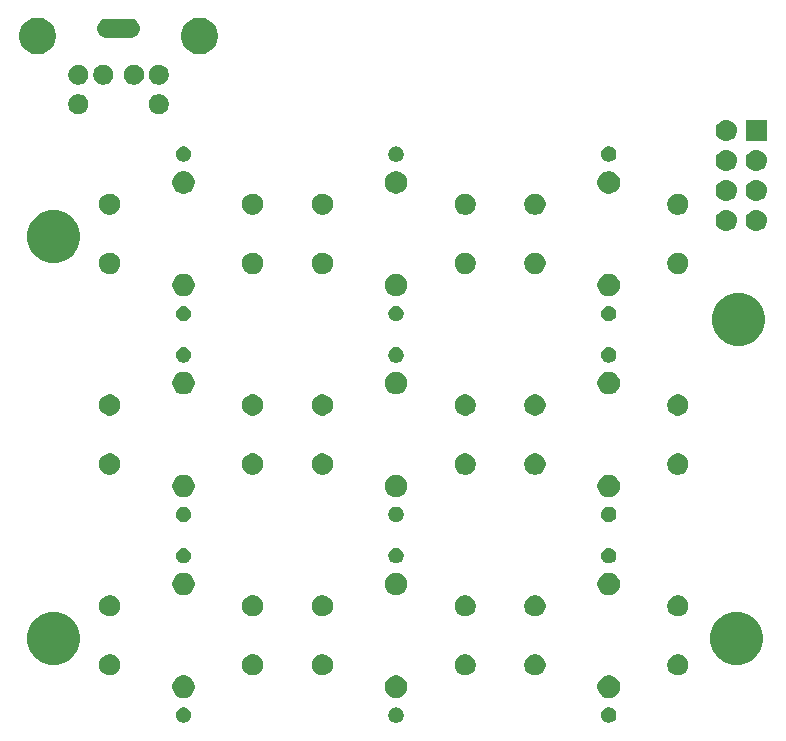
<source format=gbr>
G04 #@! TF.GenerationSoftware,KiCad,Pcbnew,5.1.2-f72e74a~84~ubuntu18.04.1*
G04 #@! TF.CreationDate,2019-07-30T17:21:04-04:00*
G04 #@! TF.ProjectId,kvm-keypad,6b766d2d-6b65-4797-9061-642e6b696361,rev?*
G04 #@! TF.SameCoordinates,Original*
G04 #@! TF.FileFunction,Soldermask,Bot*
G04 #@! TF.FilePolarity,Negative*
%FSLAX46Y46*%
G04 Gerber Fmt 4.6, Leading zero omitted, Abs format (unit mm)*
G04 Created by KiCad (PCBNEW 5.1.2-f72e74a~84~ubuntu18.04.1) date 2019-07-30 17:21:04*
%MOMM*%
%LPD*%
G04 APERTURE LIST*
%ADD10C,0.100000*%
G04 APERTURE END LIST*
D10*
G36*
X44689890Y-92874017D02*
G01*
X44808364Y-92923091D01*
X44914988Y-92994335D01*
X45005665Y-93085012D01*
X45076909Y-93191636D01*
X45125983Y-93310110D01*
X45151000Y-93435882D01*
X45151000Y-93564118D01*
X45125983Y-93689890D01*
X45076909Y-93808364D01*
X45005665Y-93914988D01*
X44914988Y-94005665D01*
X44808364Y-94076909D01*
X44808363Y-94076910D01*
X44808362Y-94076910D01*
X44689890Y-94125983D01*
X44564119Y-94151000D01*
X44435881Y-94151000D01*
X44310110Y-94125983D01*
X44191638Y-94076910D01*
X44191637Y-94076910D01*
X44191636Y-94076909D01*
X44085012Y-94005665D01*
X43994335Y-93914988D01*
X43923091Y-93808364D01*
X43874017Y-93689890D01*
X43849000Y-93564118D01*
X43849000Y-93435882D01*
X43874017Y-93310110D01*
X43923091Y-93191636D01*
X43994335Y-93085012D01*
X44085012Y-92994335D01*
X44191636Y-92923091D01*
X44310110Y-92874017D01*
X44435881Y-92849000D01*
X44564119Y-92849000D01*
X44689890Y-92874017D01*
X44689890Y-92874017D01*
G37*
G36*
X62689890Y-92874017D02*
G01*
X62808364Y-92923091D01*
X62914988Y-92994335D01*
X63005665Y-93085012D01*
X63076909Y-93191636D01*
X63125983Y-93310110D01*
X63151000Y-93435882D01*
X63151000Y-93564118D01*
X63125983Y-93689890D01*
X63076909Y-93808364D01*
X63005665Y-93914988D01*
X62914988Y-94005665D01*
X62808364Y-94076909D01*
X62808363Y-94076910D01*
X62808362Y-94076910D01*
X62689890Y-94125983D01*
X62564119Y-94151000D01*
X62435881Y-94151000D01*
X62310110Y-94125983D01*
X62191638Y-94076910D01*
X62191637Y-94076910D01*
X62191636Y-94076909D01*
X62085012Y-94005665D01*
X61994335Y-93914988D01*
X61923091Y-93808364D01*
X61874017Y-93689890D01*
X61849000Y-93564118D01*
X61849000Y-93435882D01*
X61874017Y-93310110D01*
X61923091Y-93191636D01*
X61994335Y-93085012D01*
X62085012Y-92994335D01*
X62191636Y-92923091D01*
X62310110Y-92874017D01*
X62435881Y-92849000D01*
X62564119Y-92849000D01*
X62689890Y-92874017D01*
X62689890Y-92874017D01*
G37*
G36*
X80689890Y-92874017D02*
G01*
X80808364Y-92923091D01*
X80914988Y-92994335D01*
X81005665Y-93085012D01*
X81076909Y-93191636D01*
X81125983Y-93310110D01*
X81151000Y-93435882D01*
X81151000Y-93564118D01*
X81125983Y-93689890D01*
X81076909Y-93808364D01*
X81005665Y-93914988D01*
X80914988Y-94005665D01*
X80808364Y-94076909D01*
X80808363Y-94076910D01*
X80808362Y-94076910D01*
X80689890Y-94125983D01*
X80564119Y-94151000D01*
X80435881Y-94151000D01*
X80310110Y-94125983D01*
X80191638Y-94076910D01*
X80191637Y-94076910D01*
X80191636Y-94076909D01*
X80085012Y-94005665D01*
X79994335Y-93914988D01*
X79923091Y-93808364D01*
X79874017Y-93689890D01*
X79849000Y-93564118D01*
X79849000Y-93435882D01*
X79874017Y-93310110D01*
X79923091Y-93191636D01*
X79994335Y-93085012D01*
X80085012Y-92994335D01*
X80191636Y-92923091D01*
X80310110Y-92874017D01*
X80435881Y-92849000D01*
X80564119Y-92849000D01*
X80689890Y-92874017D01*
X80689890Y-92874017D01*
G37*
G36*
X80777395Y-90185546D02*
G01*
X80950466Y-90257234D01*
X80950467Y-90257235D01*
X81106227Y-90361310D01*
X81238690Y-90493773D01*
X81238691Y-90493775D01*
X81342766Y-90649534D01*
X81414454Y-90822605D01*
X81451000Y-91006333D01*
X81451000Y-91193667D01*
X81414454Y-91377395D01*
X81342766Y-91550466D01*
X81342765Y-91550467D01*
X81238690Y-91706227D01*
X81106227Y-91838690D01*
X81027818Y-91891081D01*
X80950466Y-91942766D01*
X80777395Y-92014454D01*
X80593667Y-92051000D01*
X80406333Y-92051000D01*
X80222605Y-92014454D01*
X80049534Y-91942766D01*
X79972182Y-91891081D01*
X79893773Y-91838690D01*
X79761310Y-91706227D01*
X79657235Y-91550467D01*
X79657234Y-91550466D01*
X79585546Y-91377395D01*
X79549000Y-91193667D01*
X79549000Y-91006333D01*
X79585546Y-90822605D01*
X79657234Y-90649534D01*
X79761309Y-90493775D01*
X79761310Y-90493773D01*
X79893773Y-90361310D01*
X80049533Y-90257235D01*
X80049534Y-90257234D01*
X80222605Y-90185546D01*
X80406333Y-90149000D01*
X80593667Y-90149000D01*
X80777395Y-90185546D01*
X80777395Y-90185546D01*
G37*
G36*
X62777395Y-90185546D02*
G01*
X62950466Y-90257234D01*
X62950467Y-90257235D01*
X63106227Y-90361310D01*
X63238690Y-90493773D01*
X63238691Y-90493775D01*
X63342766Y-90649534D01*
X63414454Y-90822605D01*
X63451000Y-91006333D01*
X63451000Y-91193667D01*
X63414454Y-91377395D01*
X63342766Y-91550466D01*
X63342765Y-91550467D01*
X63238690Y-91706227D01*
X63106227Y-91838690D01*
X63027818Y-91891081D01*
X62950466Y-91942766D01*
X62777395Y-92014454D01*
X62593667Y-92051000D01*
X62406333Y-92051000D01*
X62222605Y-92014454D01*
X62049534Y-91942766D01*
X61972182Y-91891081D01*
X61893773Y-91838690D01*
X61761310Y-91706227D01*
X61657235Y-91550467D01*
X61657234Y-91550466D01*
X61585546Y-91377395D01*
X61549000Y-91193667D01*
X61549000Y-91006333D01*
X61585546Y-90822605D01*
X61657234Y-90649534D01*
X61761309Y-90493775D01*
X61761310Y-90493773D01*
X61893773Y-90361310D01*
X62049533Y-90257235D01*
X62049534Y-90257234D01*
X62222605Y-90185546D01*
X62406333Y-90149000D01*
X62593667Y-90149000D01*
X62777395Y-90185546D01*
X62777395Y-90185546D01*
G37*
G36*
X44777395Y-90185546D02*
G01*
X44950466Y-90257234D01*
X44950467Y-90257235D01*
X45106227Y-90361310D01*
X45238690Y-90493773D01*
X45238691Y-90493775D01*
X45342766Y-90649534D01*
X45414454Y-90822605D01*
X45451000Y-91006333D01*
X45451000Y-91193667D01*
X45414454Y-91377395D01*
X45342766Y-91550466D01*
X45342765Y-91550467D01*
X45238690Y-91706227D01*
X45106227Y-91838690D01*
X45027818Y-91891081D01*
X44950466Y-91942766D01*
X44777395Y-92014454D01*
X44593667Y-92051000D01*
X44406333Y-92051000D01*
X44222605Y-92014454D01*
X44049534Y-91942766D01*
X43972182Y-91891081D01*
X43893773Y-91838690D01*
X43761310Y-91706227D01*
X43657235Y-91550467D01*
X43657234Y-91550466D01*
X43585546Y-91377395D01*
X43549000Y-91193667D01*
X43549000Y-91006333D01*
X43585546Y-90822605D01*
X43657234Y-90649534D01*
X43761309Y-90493775D01*
X43761310Y-90493773D01*
X43893773Y-90361310D01*
X44049533Y-90257235D01*
X44049534Y-90257234D01*
X44222605Y-90185546D01*
X44406333Y-90149000D01*
X44593667Y-90149000D01*
X44777395Y-90185546D01*
X44777395Y-90185546D01*
G37*
G36*
X74363512Y-88353927D02*
G01*
X74512812Y-88383624D01*
X74676784Y-88451544D01*
X74824354Y-88550147D01*
X74949853Y-88675646D01*
X75048456Y-88823216D01*
X75116376Y-88987188D01*
X75151000Y-89161259D01*
X75151000Y-89338741D01*
X75116376Y-89512812D01*
X75048456Y-89676784D01*
X74949853Y-89824354D01*
X74824354Y-89949853D01*
X74676784Y-90048456D01*
X74512812Y-90116376D01*
X74363512Y-90146073D01*
X74338742Y-90151000D01*
X74161258Y-90151000D01*
X74136488Y-90146073D01*
X73987188Y-90116376D01*
X73823216Y-90048456D01*
X73675646Y-89949853D01*
X73550147Y-89824354D01*
X73451544Y-89676784D01*
X73383624Y-89512812D01*
X73349000Y-89338741D01*
X73349000Y-89161259D01*
X73383624Y-88987188D01*
X73451544Y-88823216D01*
X73550147Y-88675646D01*
X73675646Y-88550147D01*
X73823216Y-88451544D01*
X73987188Y-88383624D01*
X74136488Y-88353927D01*
X74161258Y-88349000D01*
X74338742Y-88349000D01*
X74363512Y-88353927D01*
X74363512Y-88353927D01*
G37*
G36*
X68463512Y-88353927D02*
G01*
X68612812Y-88383624D01*
X68776784Y-88451544D01*
X68924354Y-88550147D01*
X69049853Y-88675646D01*
X69148456Y-88823216D01*
X69216376Y-88987188D01*
X69251000Y-89161259D01*
X69251000Y-89338741D01*
X69216376Y-89512812D01*
X69148456Y-89676784D01*
X69049853Y-89824354D01*
X68924354Y-89949853D01*
X68776784Y-90048456D01*
X68612812Y-90116376D01*
X68463512Y-90146073D01*
X68438742Y-90151000D01*
X68261258Y-90151000D01*
X68236488Y-90146073D01*
X68087188Y-90116376D01*
X67923216Y-90048456D01*
X67775646Y-89949853D01*
X67650147Y-89824354D01*
X67551544Y-89676784D01*
X67483624Y-89512812D01*
X67449000Y-89338741D01*
X67449000Y-89161259D01*
X67483624Y-88987188D01*
X67551544Y-88823216D01*
X67650147Y-88675646D01*
X67775646Y-88550147D01*
X67923216Y-88451544D01*
X68087188Y-88383624D01*
X68236488Y-88353927D01*
X68261258Y-88349000D01*
X68438742Y-88349000D01*
X68463512Y-88353927D01*
X68463512Y-88353927D01*
G37*
G36*
X56363512Y-88353927D02*
G01*
X56512812Y-88383624D01*
X56676784Y-88451544D01*
X56824354Y-88550147D01*
X56949853Y-88675646D01*
X57048456Y-88823216D01*
X57116376Y-88987188D01*
X57151000Y-89161259D01*
X57151000Y-89338741D01*
X57116376Y-89512812D01*
X57048456Y-89676784D01*
X56949853Y-89824354D01*
X56824354Y-89949853D01*
X56676784Y-90048456D01*
X56512812Y-90116376D01*
X56363512Y-90146073D01*
X56338742Y-90151000D01*
X56161258Y-90151000D01*
X56136488Y-90146073D01*
X55987188Y-90116376D01*
X55823216Y-90048456D01*
X55675646Y-89949853D01*
X55550147Y-89824354D01*
X55451544Y-89676784D01*
X55383624Y-89512812D01*
X55349000Y-89338741D01*
X55349000Y-89161259D01*
X55383624Y-88987188D01*
X55451544Y-88823216D01*
X55550147Y-88675646D01*
X55675646Y-88550147D01*
X55823216Y-88451544D01*
X55987188Y-88383624D01*
X56136488Y-88353927D01*
X56161258Y-88349000D01*
X56338742Y-88349000D01*
X56363512Y-88353927D01*
X56363512Y-88353927D01*
G37*
G36*
X50463512Y-88353927D02*
G01*
X50612812Y-88383624D01*
X50776784Y-88451544D01*
X50924354Y-88550147D01*
X51049853Y-88675646D01*
X51148456Y-88823216D01*
X51216376Y-88987188D01*
X51251000Y-89161259D01*
X51251000Y-89338741D01*
X51216376Y-89512812D01*
X51148456Y-89676784D01*
X51049853Y-89824354D01*
X50924354Y-89949853D01*
X50776784Y-90048456D01*
X50612812Y-90116376D01*
X50463512Y-90146073D01*
X50438742Y-90151000D01*
X50261258Y-90151000D01*
X50236488Y-90146073D01*
X50087188Y-90116376D01*
X49923216Y-90048456D01*
X49775646Y-89949853D01*
X49650147Y-89824354D01*
X49551544Y-89676784D01*
X49483624Y-89512812D01*
X49449000Y-89338741D01*
X49449000Y-89161259D01*
X49483624Y-88987188D01*
X49551544Y-88823216D01*
X49650147Y-88675646D01*
X49775646Y-88550147D01*
X49923216Y-88451544D01*
X50087188Y-88383624D01*
X50236488Y-88353927D01*
X50261258Y-88349000D01*
X50438742Y-88349000D01*
X50463512Y-88353927D01*
X50463512Y-88353927D01*
G37*
G36*
X38363512Y-88353927D02*
G01*
X38512812Y-88383624D01*
X38676784Y-88451544D01*
X38824354Y-88550147D01*
X38949853Y-88675646D01*
X39048456Y-88823216D01*
X39116376Y-88987188D01*
X39151000Y-89161259D01*
X39151000Y-89338741D01*
X39116376Y-89512812D01*
X39048456Y-89676784D01*
X38949853Y-89824354D01*
X38824354Y-89949853D01*
X38676784Y-90048456D01*
X38512812Y-90116376D01*
X38363512Y-90146073D01*
X38338742Y-90151000D01*
X38161258Y-90151000D01*
X38136488Y-90146073D01*
X37987188Y-90116376D01*
X37823216Y-90048456D01*
X37675646Y-89949853D01*
X37550147Y-89824354D01*
X37451544Y-89676784D01*
X37383624Y-89512812D01*
X37349000Y-89338741D01*
X37349000Y-89161259D01*
X37383624Y-88987188D01*
X37451544Y-88823216D01*
X37550147Y-88675646D01*
X37675646Y-88550147D01*
X37823216Y-88451544D01*
X37987188Y-88383624D01*
X38136488Y-88353927D01*
X38161258Y-88349000D01*
X38338742Y-88349000D01*
X38363512Y-88353927D01*
X38363512Y-88353927D01*
G37*
G36*
X86463512Y-88353927D02*
G01*
X86612812Y-88383624D01*
X86776784Y-88451544D01*
X86924354Y-88550147D01*
X87049853Y-88675646D01*
X87148456Y-88823216D01*
X87216376Y-88987188D01*
X87251000Y-89161259D01*
X87251000Y-89338741D01*
X87216376Y-89512812D01*
X87148456Y-89676784D01*
X87049853Y-89824354D01*
X86924354Y-89949853D01*
X86776784Y-90048456D01*
X86612812Y-90116376D01*
X86463512Y-90146073D01*
X86438742Y-90151000D01*
X86261258Y-90151000D01*
X86236488Y-90146073D01*
X86087188Y-90116376D01*
X85923216Y-90048456D01*
X85775646Y-89949853D01*
X85650147Y-89824354D01*
X85551544Y-89676784D01*
X85483624Y-89512812D01*
X85449000Y-89338741D01*
X85449000Y-89161259D01*
X85483624Y-88987188D01*
X85551544Y-88823216D01*
X85650147Y-88675646D01*
X85775646Y-88550147D01*
X85923216Y-88451544D01*
X86087188Y-88383624D01*
X86236488Y-88353927D01*
X86261258Y-88349000D01*
X86438742Y-88349000D01*
X86463512Y-88353927D01*
X86463512Y-88353927D01*
G37*
G36*
X91609154Y-84759776D02*
G01*
X91989867Y-84835504D01*
X92399523Y-85005189D01*
X92768203Y-85251534D01*
X93081740Y-85565071D01*
X93328085Y-85933751D01*
X93497770Y-86343407D01*
X93584274Y-86778296D01*
X93584274Y-87221704D01*
X93497770Y-87656593D01*
X93328085Y-88066249D01*
X93081740Y-88434929D01*
X92768203Y-88748466D01*
X92399523Y-88994811D01*
X91989867Y-89164496D01*
X91609154Y-89240224D01*
X91554979Y-89251000D01*
X91111569Y-89251000D01*
X91057394Y-89240224D01*
X90676681Y-89164496D01*
X90267025Y-88994811D01*
X89898345Y-88748466D01*
X89584808Y-88434929D01*
X89338463Y-88066249D01*
X89168778Y-87656593D01*
X89082274Y-87221704D01*
X89082274Y-86778296D01*
X89168778Y-86343407D01*
X89338463Y-85933751D01*
X89584808Y-85565071D01*
X89898345Y-85251534D01*
X90267025Y-85005189D01*
X90676681Y-84835504D01*
X91057394Y-84759776D01*
X91111569Y-84749000D01*
X91554979Y-84749000D01*
X91609154Y-84759776D01*
X91609154Y-84759776D01*
G37*
G36*
X33775880Y-84759776D02*
G01*
X34156593Y-84835504D01*
X34566249Y-85005189D01*
X34934929Y-85251534D01*
X35248466Y-85565071D01*
X35494811Y-85933751D01*
X35664496Y-86343407D01*
X35751000Y-86778296D01*
X35751000Y-87221704D01*
X35664496Y-87656593D01*
X35494811Y-88066249D01*
X35248466Y-88434929D01*
X34934929Y-88748466D01*
X34566249Y-88994811D01*
X34156593Y-89164496D01*
X33775880Y-89240224D01*
X33721705Y-89251000D01*
X33278295Y-89251000D01*
X33224120Y-89240224D01*
X32843407Y-89164496D01*
X32433751Y-88994811D01*
X32065071Y-88748466D01*
X31751534Y-88434929D01*
X31505189Y-88066249D01*
X31335504Y-87656593D01*
X31249000Y-87221704D01*
X31249000Y-86778296D01*
X31335504Y-86343407D01*
X31505189Y-85933751D01*
X31751534Y-85565071D01*
X32065071Y-85251534D01*
X32433751Y-85005189D01*
X32843407Y-84835504D01*
X33224120Y-84759776D01*
X33278295Y-84749000D01*
X33721705Y-84749000D01*
X33775880Y-84759776D01*
X33775880Y-84759776D01*
G37*
G36*
X86463512Y-83353927D02*
G01*
X86612812Y-83383624D01*
X86776784Y-83451544D01*
X86924354Y-83550147D01*
X87049853Y-83675646D01*
X87148456Y-83823216D01*
X87216376Y-83987188D01*
X87251000Y-84161259D01*
X87251000Y-84338741D01*
X87216376Y-84512812D01*
X87148456Y-84676784D01*
X87049853Y-84824354D01*
X86924354Y-84949853D01*
X86776784Y-85048456D01*
X86612812Y-85116376D01*
X86463512Y-85146073D01*
X86438742Y-85151000D01*
X86261258Y-85151000D01*
X86236488Y-85146073D01*
X86087188Y-85116376D01*
X85923216Y-85048456D01*
X85775646Y-84949853D01*
X85650147Y-84824354D01*
X85551544Y-84676784D01*
X85483624Y-84512812D01*
X85449000Y-84338741D01*
X85449000Y-84161259D01*
X85483624Y-83987188D01*
X85551544Y-83823216D01*
X85650147Y-83675646D01*
X85775646Y-83550147D01*
X85923216Y-83451544D01*
X86087188Y-83383624D01*
X86236488Y-83353927D01*
X86261258Y-83349000D01*
X86438742Y-83349000D01*
X86463512Y-83353927D01*
X86463512Y-83353927D01*
G37*
G36*
X68463512Y-83353927D02*
G01*
X68612812Y-83383624D01*
X68776784Y-83451544D01*
X68924354Y-83550147D01*
X69049853Y-83675646D01*
X69148456Y-83823216D01*
X69216376Y-83987188D01*
X69251000Y-84161259D01*
X69251000Y-84338741D01*
X69216376Y-84512812D01*
X69148456Y-84676784D01*
X69049853Y-84824354D01*
X68924354Y-84949853D01*
X68776784Y-85048456D01*
X68612812Y-85116376D01*
X68463512Y-85146073D01*
X68438742Y-85151000D01*
X68261258Y-85151000D01*
X68236488Y-85146073D01*
X68087188Y-85116376D01*
X67923216Y-85048456D01*
X67775646Y-84949853D01*
X67650147Y-84824354D01*
X67551544Y-84676784D01*
X67483624Y-84512812D01*
X67449000Y-84338741D01*
X67449000Y-84161259D01*
X67483624Y-83987188D01*
X67551544Y-83823216D01*
X67650147Y-83675646D01*
X67775646Y-83550147D01*
X67923216Y-83451544D01*
X68087188Y-83383624D01*
X68236488Y-83353927D01*
X68261258Y-83349000D01*
X68438742Y-83349000D01*
X68463512Y-83353927D01*
X68463512Y-83353927D01*
G37*
G36*
X74363512Y-83353927D02*
G01*
X74512812Y-83383624D01*
X74676784Y-83451544D01*
X74824354Y-83550147D01*
X74949853Y-83675646D01*
X75048456Y-83823216D01*
X75116376Y-83987188D01*
X75151000Y-84161259D01*
X75151000Y-84338741D01*
X75116376Y-84512812D01*
X75048456Y-84676784D01*
X74949853Y-84824354D01*
X74824354Y-84949853D01*
X74676784Y-85048456D01*
X74512812Y-85116376D01*
X74363512Y-85146073D01*
X74338742Y-85151000D01*
X74161258Y-85151000D01*
X74136488Y-85146073D01*
X73987188Y-85116376D01*
X73823216Y-85048456D01*
X73675646Y-84949853D01*
X73550147Y-84824354D01*
X73451544Y-84676784D01*
X73383624Y-84512812D01*
X73349000Y-84338741D01*
X73349000Y-84161259D01*
X73383624Y-83987188D01*
X73451544Y-83823216D01*
X73550147Y-83675646D01*
X73675646Y-83550147D01*
X73823216Y-83451544D01*
X73987188Y-83383624D01*
X74136488Y-83353927D01*
X74161258Y-83349000D01*
X74338742Y-83349000D01*
X74363512Y-83353927D01*
X74363512Y-83353927D01*
G37*
G36*
X56363512Y-83353927D02*
G01*
X56512812Y-83383624D01*
X56676784Y-83451544D01*
X56824354Y-83550147D01*
X56949853Y-83675646D01*
X57048456Y-83823216D01*
X57116376Y-83987188D01*
X57151000Y-84161259D01*
X57151000Y-84338741D01*
X57116376Y-84512812D01*
X57048456Y-84676784D01*
X56949853Y-84824354D01*
X56824354Y-84949853D01*
X56676784Y-85048456D01*
X56512812Y-85116376D01*
X56363512Y-85146073D01*
X56338742Y-85151000D01*
X56161258Y-85151000D01*
X56136488Y-85146073D01*
X55987188Y-85116376D01*
X55823216Y-85048456D01*
X55675646Y-84949853D01*
X55550147Y-84824354D01*
X55451544Y-84676784D01*
X55383624Y-84512812D01*
X55349000Y-84338741D01*
X55349000Y-84161259D01*
X55383624Y-83987188D01*
X55451544Y-83823216D01*
X55550147Y-83675646D01*
X55675646Y-83550147D01*
X55823216Y-83451544D01*
X55987188Y-83383624D01*
X56136488Y-83353927D01*
X56161258Y-83349000D01*
X56338742Y-83349000D01*
X56363512Y-83353927D01*
X56363512Y-83353927D01*
G37*
G36*
X38363512Y-83353927D02*
G01*
X38512812Y-83383624D01*
X38676784Y-83451544D01*
X38824354Y-83550147D01*
X38949853Y-83675646D01*
X39048456Y-83823216D01*
X39116376Y-83987188D01*
X39151000Y-84161259D01*
X39151000Y-84338741D01*
X39116376Y-84512812D01*
X39048456Y-84676784D01*
X38949853Y-84824354D01*
X38824354Y-84949853D01*
X38676784Y-85048456D01*
X38512812Y-85116376D01*
X38363512Y-85146073D01*
X38338742Y-85151000D01*
X38161258Y-85151000D01*
X38136488Y-85146073D01*
X37987188Y-85116376D01*
X37823216Y-85048456D01*
X37675646Y-84949853D01*
X37550147Y-84824354D01*
X37451544Y-84676784D01*
X37383624Y-84512812D01*
X37349000Y-84338741D01*
X37349000Y-84161259D01*
X37383624Y-83987188D01*
X37451544Y-83823216D01*
X37550147Y-83675646D01*
X37675646Y-83550147D01*
X37823216Y-83451544D01*
X37987188Y-83383624D01*
X38136488Y-83353927D01*
X38161258Y-83349000D01*
X38338742Y-83349000D01*
X38363512Y-83353927D01*
X38363512Y-83353927D01*
G37*
G36*
X50463512Y-83353927D02*
G01*
X50612812Y-83383624D01*
X50776784Y-83451544D01*
X50924354Y-83550147D01*
X51049853Y-83675646D01*
X51148456Y-83823216D01*
X51216376Y-83987188D01*
X51251000Y-84161259D01*
X51251000Y-84338741D01*
X51216376Y-84512812D01*
X51148456Y-84676784D01*
X51049853Y-84824354D01*
X50924354Y-84949853D01*
X50776784Y-85048456D01*
X50612812Y-85116376D01*
X50463512Y-85146073D01*
X50438742Y-85151000D01*
X50261258Y-85151000D01*
X50236488Y-85146073D01*
X50087188Y-85116376D01*
X49923216Y-85048456D01*
X49775646Y-84949853D01*
X49650147Y-84824354D01*
X49551544Y-84676784D01*
X49483624Y-84512812D01*
X49449000Y-84338741D01*
X49449000Y-84161259D01*
X49483624Y-83987188D01*
X49551544Y-83823216D01*
X49650147Y-83675646D01*
X49775646Y-83550147D01*
X49923216Y-83451544D01*
X50087188Y-83383624D01*
X50236488Y-83353927D01*
X50261258Y-83349000D01*
X50438742Y-83349000D01*
X50463512Y-83353927D01*
X50463512Y-83353927D01*
G37*
G36*
X62777395Y-81485546D02*
G01*
X62950466Y-81557234D01*
X62950467Y-81557235D01*
X63106227Y-81661310D01*
X63238690Y-81793773D01*
X63238691Y-81793775D01*
X63342766Y-81949534D01*
X63414454Y-82122605D01*
X63451000Y-82306333D01*
X63451000Y-82493667D01*
X63414454Y-82677395D01*
X63342766Y-82850466D01*
X63342765Y-82850467D01*
X63238690Y-83006227D01*
X63106227Y-83138690D01*
X63027818Y-83191081D01*
X62950466Y-83242766D01*
X62777395Y-83314454D01*
X62593667Y-83351000D01*
X62406333Y-83351000D01*
X62222605Y-83314454D01*
X62049534Y-83242766D01*
X61972182Y-83191081D01*
X61893773Y-83138690D01*
X61761310Y-83006227D01*
X61657235Y-82850467D01*
X61657234Y-82850466D01*
X61585546Y-82677395D01*
X61549000Y-82493667D01*
X61549000Y-82306333D01*
X61585546Y-82122605D01*
X61657234Y-81949534D01*
X61761309Y-81793775D01*
X61761310Y-81793773D01*
X61893773Y-81661310D01*
X62049533Y-81557235D01*
X62049534Y-81557234D01*
X62222605Y-81485546D01*
X62406333Y-81449000D01*
X62593667Y-81449000D01*
X62777395Y-81485546D01*
X62777395Y-81485546D01*
G37*
G36*
X44777395Y-81485546D02*
G01*
X44950466Y-81557234D01*
X44950467Y-81557235D01*
X45106227Y-81661310D01*
X45238690Y-81793773D01*
X45238691Y-81793775D01*
X45342766Y-81949534D01*
X45414454Y-82122605D01*
X45451000Y-82306333D01*
X45451000Y-82493667D01*
X45414454Y-82677395D01*
X45342766Y-82850466D01*
X45342765Y-82850467D01*
X45238690Y-83006227D01*
X45106227Y-83138690D01*
X45027818Y-83191081D01*
X44950466Y-83242766D01*
X44777395Y-83314454D01*
X44593667Y-83351000D01*
X44406333Y-83351000D01*
X44222605Y-83314454D01*
X44049534Y-83242766D01*
X43972182Y-83191081D01*
X43893773Y-83138690D01*
X43761310Y-83006227D01*
X43657235Y-82850467D01*
X43657234Y-82850466D01*
X43585546Y-82677395D01*
X43549000Y-82493667D01*
X43549000Y-82306333D01*
X43585546Y-82122605D01*
X43657234Y-81949534D01*
X43761309Y-81793775D01*
X43761310Y-81793773D01*
X43893773Y-81661310D01*
X44049533Y-81557235D01*
X44049534Y-81557234D01*
X44222605Y-81485546D01*
X44406333Y-81449000D01*
X44593667Y-81449000D01*
X44777395Y-81485546D01*
X44777395Y-81485546D01*
G37*
G36*
X80777395Y-81485546D02*
G01*
X80950466Y-81557234D01*
X80950467Y-81557235D01*
X81106227Y-81661310D01*
X81238690Y-81793773D01*
X81238691Y-81793775D01*
X81342766Y-81949534D01*
X81414454Y-82122605D01*
X81451000Y-82306333D01*
X81451000Y-82493667D01*
X81414454Y-82677395D01*
X81342766Y-82850466D01*
X81342765Y-82850467D01*
X81238690Y-83006227D01*
X81106227Y-83138690D01*
X81027818Y-83191081D01*
X80950466Y-83242766D01*
X80777395Y-83314454D01*
X80593667Y-83351000D01*
X80406333Y-83351000D01*
X80222605Y-83314454D01*
X80049534Y-83242766D01*
X79972182Y-83191081D01*
X79893773Y-83138690D01*
X79761310Y-83006227D01*
X79657235Y-82850467D01*
X79657234Y-82850466D01*
X79585546Y-82677395D01*
X79549000Y-82493667D01*
X79549000Y-82306333D01*
X79585546Y-82122605D01*
X79657234Y-81949534D01*
X79761309Y-81793775D01*
X79761310Y-81793773D01*
X79893773Y-81661310D01*
X80049533Y-81557235D01*
X80049534Y-81557234D01*
X80222605Y-81485546D01*
X80406333Y-81449000D01*
X80593667Y-81449000D01*
X80777395Y-81485546D01*
X80777395Y-81485546D01*
G37*
G36*
X62689890Y-79374017D02*
G01*
X62808364Y-79423091D01*
X62914988Y-79494335D01*
X63005665Y-79585012D01*
X63076909Y-79691636D01*
X63125983Y-79810110D01*
X63151000Y-79935882D01*
X63151000Y-80064118D01*
X63125983Y-80189890D01*
X63076909Y-80308364D01*
X63005665Y-80414988D01*
X62914988Y-80505665D01*
X62808364Y-80576909D01*
X62808363Y-80576910D01*
X62808362Y-80576910D01*
X62689890Y-80625983D01*
X62564119Y-80651000D01*
X62435881Y-80651000D01*
X62310110Y-80625983D01*
X62191638Y-80576910D01*
X62191637Y-80576910D01*
X62191636Y-80576909D01*
X62085012Y-80505665D01*
X61994335Y-80414988D01*
X61923091Y-80308364D01*
X61874017Y-80189890D01*
X61849000Y-80064118D01*
X61849000Y-79935882D01*
X61874017Y-79810110D01*
X61923091Y-79691636D01*
X61994335Y-79585012D01*
X62085012Y-79494335D01*
X62191636Y-79423091D01*
X62310110Y-79374017D01*
X62435881Y-79349000D01*
X62564119Y-79349000D01*
X62689890Y-79374017D01*
X62689890Y-79374017D01*
G37*
G36*
X44689890Y-79374017D02*
G01*
X44808364Y-79423091D01*
X44914988Y-79494335D01*
X45005665Y-79585012D01*
X45076909Y-79691636D01*
X45125983Y-79810110D01*
X45151000Y-79935882D01*
X45151000Y-80064118D01*
X45125983Y-80189890D01*
X45076909Y-80308364D01*
X45005665Y-80414988D01*
X44914988Y-80505665D01*
X44808364Y-80576909D01*
X44808363Y-80576910D01*
X44808362Y-80576910D01*
X44689890Y-80625983D01*
X44564119Y-80651000D01*
X44435881Y-80651000D01*
X44310110Y-80625983D01*
X44191638Y-80576910D01*
X44191637Y-80576910D01*
X44191636Y-80576909D01*
X44085012Y-80505665D01*
X43994335Y-80414988D01*
X43923091Y-80308364D01*
X43874017Y-80189890D01*
X43849000Y-80064118D01*
X43849000Y-79935882D01*
X43874017Y-79810110D01*
X43923091Y-79691636D01*
X43994335Y-79585012D01*
X44085012Y-79494335D01*
X44191636Y-79423091D01*
X44310110Y-79374017D01*
X44435881Y-79349000D01*
X44564119Y-79349000D01*
X44689890Y-79374017D01*
X44689890Y-79374017D01*
G37*
G36*
X80689890Y-79374017D02*
G01*
X80808364Y-79423091D01*
X80914988Y-79494335D01*
X81005665Y-79585012D01*
X81076909Y-79691636D01*
X81125983Y-79810110D01*
X81151000Y-79935882D01*
X81151000Y-80064118D01*
X81125983Y-80189890D01*
X81076909Y-80308364D01*
X81005665Y-80414988D01*
X80914988Y-80505665D01*
X80808364Y-80576909D01*
X80808363Y-80576910D01*
X80808362Y-80576910D01*
X80689890Y-80625983D01*
X80564119Y-80651000D01*
X80435881Y-80651000D01*
X80310110Y-80625983D01*
X80191638Y-80576910D01*
X80191637Y-80576910D01*
X80191636Y-80576909D01*
X80085012Y-80505665D01*
X79994335Y-80414988D01*
X79923091Y-80308364D01*
X79874017Y-80189890D01*
X79849000Y-80064118D01*
X79849000Y-79935882D01*
X79874017Y-79810110D01*
X79923091Y-79691636D01*
X79994335Y-79585012D01*
X80085012Y-79494335D01*
X80191636Y-79423091D01*
X80310110Y-79374017D01*
X80435881Y-79349000D01*
X80564119Y-79349000D01*
X80689890Y-79374017D01*
X80689890Y-79374017D01*
G37*
G36*
X62689890Y-75874017D02*
G01*
X62808364Y-75923091D01*
X62914988Y-75994335D01*
X63005665Y-76085012D01*
X63076909Y-76191636D01*
X63125983Y-76310110D01*
X63151000Y-76435882D01*
X63151000Y-76564118D01*
X63125983Y-76689890D01*
X63076909Y-76808364D01*
X63005665Y-76914988D01*
X62914988Y-77005665D01*
X62808364Y-77076909D01*
X62808363Y-77076910D01*
X62808362Y-77076910D01*
X62689890Y-77125983D01*
X62564119Y-77151000D01*
X62435881Y-77151000D01*
X62310110Y-77125983D01*
X62191638Y-77076910D01*
X62191637Y-77076910D01*
X62191636Y-77076909D01*
X62085012Y-77005665D01*
X61994335Y-76914988D01*
X61923091Y-76808364D01*
X61874017Y-76689890D01*
X61849000Y-76564118D01*
X61849000Y-76435882D01*
X61874017Y-76310110D01*
X61923091Y-76191636D01*
X61994335Y-76085012D01*
X62085012Y-75994335D01*
X62191636Y-75923091D01*
X62310110Y-75874017D01*
X62435881Y-75849000D01*
X62564119Y-75849000D01*
X62689890Y-75874017D01*
X62689890Y-75874017D01*
G37*
G36*
X44689890Y-75874017D02*
G01*
X44808364Y-75923091D01*
X44914988Y-75994335D01*
X45005665Y-76085012D01*
X45076909Y-76191636D01*
X45125983Y-76310110D01*
X45151000Y-76435882D01*
X45151000Y-76564118D01*
X45125983Y-76689890D01*
X45076909Y-76808364D01*
X45005665Y-76914988D01*
X44914988Y-77005665D01*
X44808364Y-77076909D01*
X44808363Y-77076910D01*
X44808362Y-77076910D01*
X44689890Y-77125983D01*
X44564119Y-77151000D01*
X44435881Y-77151000D01*
X44310110Y-77125983D01*
X44191638Y-77076910D01*
X44191637Y-77076910D01*
X44191636Y-77076909D01*
X44085012Y-77005665D01*
X43994335Y-76914988D01*
X43923091Y-76808364D01*
X43874017Y-76689890D01*
X43849000Y-76564118D01*
X43849000Y-76435882D01*
X43874017Y-76310110D01*
X43923091Y-76191636D01*
X43994335Y-76085012D01*
X44085012Y-75994335D01*
X44191636Y-75923091D01*
X44310110Y-75874017D01*
X44435881Y-75849000D01*
X44564119Y-75849000D01*
X44689890Y-75874017D01*
X44689890Y-75874017D01*
G37*
G36*
X80689890Y-75874017D02*
G01*
X80808364Y-75923091D01*
X80914988Y-75994335D01*
X81005665Y-76085012D01*
X81076909Y-76191636D01*
X81125983Y-76310110D01*
X81151000Y-76435882D01*
X81151000Y-76564118D01*
X81125983Y-76689890D01*
X81076909Y-76808364D01*
X81005665Y-76914988D01*
X80914988Y-77005665D01*
X80808364Y-77076909D01*
X80808363Y-77076910D01*
X80808362Y-77076910D01*
X80689890Y-77125983D01*
X80564119Y-77151000D01*
X80435881Y-77151000D01*
X80310110Y-77125983D01*
X80191638Y-77076910D01*
X80191637Y-77076910D01*
X80191636Y-77076909D01*
X80085012Y-77005665D01*
X79994335Y-76914988D01*
X79923091Y-76808364D01*
X79874017Y-76689890D01*
X79849000Y-76564118D01*
X79849000Y-76435882D01*
X79874017Y-76310110D01*
X79923091Y-76191636D01*
X79994335Y-76085012D01*
X80085012Y-75994335D01*
X80191636Y-75923091D01*
X80310110Y-75874017D01*
X80435881Y-75849000D01*
X80564119Y-75849000D01*
X80689890Y-75874017D01*
X80689890Y-75874017D01*
G37*
G36*
X62777395Y-73185546D02*
G01*
X62950466Y-73257234D01*
X62950467Y-73257235D01*
X63106227Y-73361310D01*
X63238690Y-73493773D01*
X63238691Y-73493775D01*
X63342766Y-73649534D01*
X63414454Y-73822605D01*
X63451000Y-74006333D01*
X63451000Y-74193667D01*
X63414454Y-74377395D01*
X63342766Y-74550466D01*
X63342765Y-74550467D01*
X63238690Y-74706227D01*
X63106227Y-74838690D01*
X63027818Y-74891081D01*
X62950466Y-74942766D01*
X62777395Y-75014454D01*
X62593667Y-75051000D01*
X62406333Y-75051000D01*
X62222605Y-75014454D01*
X62049534Y-74942766D01*
X61972182Y-74891081D01*
X61893773Y-74838690D01*
X61761310Y-74706227D01*
X61657235Y-74550467D01*
X61657234Y-74550466D01*
X61585546Y-74377395D01*
X61549000Y-74193667D01*
X61549000Y-74006333D01*
X61585546Y-73822605D01*
X61657234Y-73649534D01*
X61761309Y-73493775D01*
X61761310Y-73493773D01*
X61893773Y-73361310D01*
X62049533Y-73257235D01*
X62049534Y-73257234D01*
X62222605Y-73185546D01*
X62406333Y-73149000D01*
X62593667Y-73149000D01*
X62777395Y-73185546D01*
X62777395Y-73185546D01*
G37*
G36*
X80777395Y-73185546D02*
G01*
X80950466Y-73257234D01*
X80950467Y-73257235D01*
X81106227Y-73361310D01*
X81238690Y-73493773D01*
X81238691Y-73493775D01*
X81342766Y-73649534D01*
X81414454Y-73822605D01*
X81451000Y-74006333D01*
X81451000Y-74193667D01*
X81414454Y-74377395D01*
X81342766Y-74550466D01*
X81342765Y-74550467D01*
X81238690Y-74706227D01*
X81106227Y-74838690D01*
X81027818Y-74891081D01*
X80950466Y-74942766D01*
X80777395Y-75014454D01*
X80593667Y-75051000D01*
X80406333Y-75051000D01*
X80222605Y-75014454D01*
X80049534Y-74942766D01*
X79972182Y-74891081D01*
X79893773Y-74838690D01*
X79761310Y-74706227D01*
X79657235Y-74550467D01*
X79657234Y-74550466D01*
X79585546Y-74377395D01*
X79549000Y-74193667D01*
X79549000Y-74006333D01*
X79585546Y-73822605D01*
X79657234Y-73649534D01*
X79761309Y-73493775D01*
X79761310Y-73493773D01*
X79893773Y-73361310D01*
X80049533Y-73257235D01*
X80049534Y-73257234D01*
X80222605Y-73185546D01*
X80406333Y-73149000D01*
X80593667Y-73149000D01*
X80777395Y-73185546D01*
X80777395Y-73185546D01*
G37*
G36*
X44777395Y-73185546D02*
G01*
X44950466Y-73257234D01*
X44950467Y-73257235D01*
X45106227Y-73361310D01*
X45238690Y-73493773D01*
X45238691Y-73493775D01*
X45342766Y-73649534D01*
X45414454Y-73822605D01*
X45451000Y-74006333D01*
X45451000Y-74193667D01*
X45414454Y-74377395D01*
X45342766Y-74550466D01*
X45342765Y-74550467D01*
X45238690Y-74706227D01*
X45106227Y-74838690D01*
X45027818Y-74891081D01*
X44950466Y-74942766D01*
X44777395Y-75014454D01*
X44593667Y-75051000D01*
X44406333Y-75051000D01*
X44222605Y-75014454D01*
X44049534Y-74942766D01*
X43972182Y-74891081D01*
X43893773Y-74838690D01*
X43761310Y-74706227D01*
X43657235Y-74550467D01*
X43657234Y-74550466D01*
X43585546Y-74377395D01*
X43549000Y-74193667D01*
X43549000Y-74006333D01*
X43585546Y-73822605D01*
X43657234Y-73649534D01*
X43761309Y-73493775D01*
X43761310Y-73493773D01*
X43893773Y-73361310D01*
X44049533Y-73257235D01*
X44049534Y-73257234D01*
X44222605Y-73185546D01*
X44406333Y-73149000D01*
X44593667Y-73149000D01*
X44777395Y-73185546D01*
X44777395Y-73185546D01*
G37*
G36*
X50463512Y-71353927D02*
G01*
X50612812Y-71383624D01*
X50776784Y-71451544D01*
X50924354Y-71550147D01*
X51049853Y-71675646D01*
X51148456Y-71823216D01*
X51216376Y-71987188D01*
X51251000Y-72161259D01*
X51251000Y-72338741D01*
X51216376Y-72512812D01*
X51148456Y-72676784D01*
X51049853Y-72824354D01*
X50924354Y-72949853D01*
X50776784Y-73048456D01*
X50612812Y-73116376D01*
X50463512Y-73146073D01*
X50438742Y-73151000D01*
X50261258Y-73151000D01*
X50236488Y-73146073D01*
X50087188Y-73116376D01*
X49923216Y-73048456D01*
X49775646Y-72949853D01*
X49650147Y-72824354D01*
X49551544Y-72676784D01*
X49483624Y-72512812D01*
X49449000Y-72338741D01*
X49449000Y-72161259D01*
X49483624Y-71987188D01*
X49551544Y-71823216D01*
X49650147Y-71675646D01*
X49775646Y-71550147D01*
X49923216Y-71451544D01*
X50087188Y-71383624D01*
X50236488Y-71353927D01*
X50261258Y-71349000D01*
X50438742Y-71349000D01*
X50463512Y-71353927D01*
X50463512Y-71353927D01*
G37*
G36*
X86463512Y-71353927D02*
G01*
X86612812Y-71383624D01*
X86776784Y-71451544D01*
X86924354Y-71550147D01*
X87049853Y-71675646D01*
X87148456Y-71823216D01*
X87216376Y-71987188D01*
X87251000Y-72161259D01*
X87251000Y-72338741D01*
X87216376Y-72512812D01*
X87148456Y-72676784D01*
X87049853Y-72824354D01*
X86924354Y-72949853D01*
X86776784Y-73048456D01*
X86612812Y-73116376D01*
X86463512Y-73146073D01*
X86438742Y-73151000D01*
X86261258Y-73151000D01*
X86236488Y-73146073D01*
X86087188Y-73116376D01*
X85923216Y-73048456D01*
X85775646Y-72949853D01*
X85650147Y-72824354D01*
X85551544Y-72676784D01*
X85483624Y-72512812D01*
X85449000Y-72338741D01*
X85449000Y-72161259D01*
X85483624Y-71987188D01*
X85551544Y-71823216D01*
X85650147Y-71675646D01*
X85775646Y-71550147D01*
X85923216Y-71451544D01*
X86087188Y-71383624D01*
X86236488Y-71353927D01*
X86261258Y-71349000D01*
X86438742Y-71349000D01*
X86463512Y-71353927D01*
X86463512Y-71353927D01*
G37*
G36*
X68463512Y-71353927D02*
G01*
X68612812Y-71383624D01*
X68776784Y-71451544D01*
X68924354Y-71550147D01*
X69049853Y-71675646D01*
X69148456Y-71823216D01*
X69216376Y-71987188D01*
X69251000Y-72161259D01*
X69251000Y-72338741D01*
X69216376Y-72512812D01*
X69148456Y-72676784D01*
X69049853Y-72824354D01*
X68924354Y-72949853D01*
X68776784Y-73048456D01*
X68612812Y-73116376D01*
X68463512Y-73146073D01*
X68438742Y-73151000D01*
X68261258Y-73151000D01*
X68236488Y-73146073D01*
X68087188Y-73116376D01*
X67923216Y-73048456D01*
X67775646Y-72949853D01*
X67650147Y-72824354D01*
X67551544Y-72676784D01*
X67483624Y-72512812D01*
X67449000Y-72338741D01*
X67449000Y-72161259D01*
X67483624Y-71987188D01*
X67551544Y-71823216D01*
X67650147Y-71675646D01*
X67775646Y-71550147D01*
X67923216Y-71451544D01*
X68087188Y-71383624D01*
X68236488Y-71353927D01*
X68261258Y-71349000D01*
X68438742Y-71349000D01*
X68463512Y-71353927D01*
X68463512Y-71353927D01*
G37*
G36*
X38363512Y-71353927D02*
G01*
X38512812Y-71383624D01*
X38676784Y-71451544D01*
X38824354Y-71550147D01*
X38949853Y-71675646D01*
X39048456Y-71823216D01*
X39116376Y-71987188D01*
X39151000Y-72161259D01*
X39151000Y-72338741D01*
X39116376Y-72512812D01*
X39048456Y-72676784D01*
X38949853Y-72824354D01*
X38824354Y-72949853D01*
X38676784Y-73048456D01*
X38512812Y-73116376D01*
X38363512Y-73146073D01*
X38338742Y-73151000D01*
X38161258Y-73151000D01*
X38136488Y-73146073D01*
X37987188Y-73116376D01*
X37823216Y-73048456D01*
X37675646Y-72949853D01*
X37550147Y-72824354D01*
X37451544Y-72676784D01*
X37383624Y-72512812D01*
X37349000Y-72338741D01*
X37349000Y-72161259D01*
X37383624Y-71987188D01*
X37451544Y-71823216D01*
X37550147Y-71675646D01*
X37675646Y-71550147D01*
X37823216Y-71451544D01*
X37987188Y-71383624D01*
X38136488Y-71353927D01*
X38161258Y-71349000D01*
X38338742Y-71349000D01*
X38363512Y-71353927D01*
X38363512Y-71353927D01*
G37*
G36*
X56363512Y-71353927D02*
G01*
X56512812Y-71383624D01*
X56676784Y-71451544D01*
X56824354Y-71550147D01*
X56949853Y-71675646D01*
X57048456Y-71823216D01*
X57116376Y-71987188D01*
X57151000Y-72161259D01*
X57151000Y-72338741D01*
X57116376Y-72512812D01*
X57048456Y-72676784D01*
X56949853Y-72824354D01*
X56824354Y-72949853D01*
X56676784Y-73048456D01*
X56512812Y-73116376D01*
X56363512Y-73146073D01*
X56338742Y-73151000D01*
X56161258Y-73151000D01*
X56136488Y-73146073D01*
X55987188Y-73116376D01*
X55823216Y-73048456D01*
X55675646Y-72949853D01*
X55550147Y-72824354D01*
X55451544Y-72676784D01*
X55383624Y-72512812D01*
X55349000Y-72338741D01*
X55349000Y-72161259D01*
X55383624Y-71987188D01*
X55451544Y-71823216D01*
X55550147Y-71675646D01*
X55675646Y-71550147D01*
X55823216Y-71451544D01*
X55987188Y-71383624D01*
X56136488Y-71353927D01*
X56161258Y-71349000D01*
X56338742Y-71349000D01*
X56363512Y-71353927D01*
X56363512Y-71353927D01*
G37*
G36*
X74363512Y-71353927D02*
G01*
X74512812Y-71383624D01*
X74676784Y-71451544D01*
X74824354Y-71550147D01*
X74949853Y-71675646D01*
X75048456Y-71823216D01*
X75116376Y-71987188D01*
X75151000Y-72161259D01*
X75151000Y-72338741D01*
X75116376Y-72512812D01*
X75048456Y-72676784D01*
X74949853Y-72824354D01*
X74824354Y-72949853D01*
X74676784Y-73048456D01*
X74512812Y-73116376D01*
X74363512Y-73146073D01*
X74338742Y-73151000D01*
X74161258Y-73151000D01*
X74136488Y-73146073D01*
X73987188Y-73116376D01*
X73823216Y-73048456D01*
X73675646Y-72949853D01*
X73550147Y-72824354D01*
X73451544Y-72676784D01*
X73383624Y-72512812D01*
X73349000Y-72338741D01*
X73349000Y-72161259D01*
X73383624Y-71987188D01*
X73451544Y-71823216D01*
X73550147Y-71675646D01*
X73675646Y-71550147D01*
X73823216Y-71451544D01*
X73987188Y-71383624D01*
X74136488Y-71353927D01*
X74161258Y-71349000D01*
X74338742Y-71349000D01*
X74363512Y-71353927D01*
X74363512Y-71353927D01*
G37*
G36*
X68463512Y-66353927D02*
G01*
X68612812Y-66383624D01*
X68776784Y-66451544D01*
X68924354Y-66550147D01*
X69049853Y-66675646D01*
X69148456Y-66823216D01*
X69216376Y-66987188D01*
X69251000Y-67161259D01*
X69251000Y-67338741D01*
X69216376Y-67512812D01*
X69148456Y-67676784D01*
X69049853Y-67824354D01*
X68924354Y-67949853D01*
X68776784Y-68048456D01*
X68612812Y-68116376D01*
X68463512Y-68146073D01*
X68438742Y-68151000D01*
X68261258Y-68151000D01*
X68236488Y-68146073D01*
X68087188Y-68116376D01*
X67923216Y-68048456D01*
X67775646Y-67949853D01*
X67650147Y-67824354D01*
X67551544Y-67676784D01*
X67483624Y-67512812D01*
X67449000Y-67338741D01*
X67449000Y-67161259D01*
X67483624Y-66987188D01*
X67551544Y-66823216D01*
X67650147Y-66675646D01*
X67775646Y-66550147D01*
X67923216Y-66451544D01*
X68087188Y-66383624D01*
X68236488Y-66353927D01*
X68261258Y-66349000D01*
X68438742Y-66349000D01*
X68463512Y-66353927D01*
X68463512Y-66353927D01*
G37*
G36*
X38363512Y-66353927D02*
G01*
X38512812Y-66383624D01*
X38676784Y-66451544D01*
X38824354Y-66550147D01*
X38949853Y-66675646D01*
X39048456Y-66823216D01*
X39116376Y-66987188D01*
X39151000Y-67161259D01*
X39151000Y-67338741D01*
X39116376Y-67512812D01*
X39048456Y-67676784D01*
X38949853Y-67824354D01*
X38824354Y-67949853D01*
X38676784Y-68048456D01*
X38512812Y-68116376D01*
X38363512Y-68146073D01*
X38338742Y-68151000D01*
X38161258Y-68151000D01*
X38136488Y-68146073D01*
X37987188Y-68116376D01*
X37823216Y-68048456D01*
X37675646Y-67949853D01*
X37550147Y-67824354D01*
X37451544Y-67676784D01*
X37383624Y-67512812D01*
X37349000Y-67338741D01*
X37349000Y-67161259D01*
X37383624Y-66987188D01*
X37451544Y-66823216D01*
X37550147Y-66675646D01*
X37675646Y-66550147D01*
X37823216Y-66451544D01*
X37987188Y-66383624D01*
X38136488Y-66353927D01*
X38161258Y-66349000D01*
X38338742Y-66349000D01*
X38363512Y-66353927D01*
X38363512Y-66353927D01*
G37*
G36*
X74363512Y-66353927D02*
G01*
X74512812Y-66383624D01*
X74676784Y-66451544D01*
X74824354Y-66550147D01*
X74949853Y-66675646D01*
X75048456Y-66823216D01*
X75116376Y-66987188D01*
X75151000Y-67161259D01*
X75151000Y-67338741D01*
X75116376Y-67512812D01*
X75048456Y-67676784D01*
X74949853Y-67824354D01*
X74824354Y-67949853D01*
X74676784Y-68048456D01*
X74512812Y-68116376D01*
X74363512Y-68146073D01*
X74338742Y-68151000D01*
X74161258Y-68151000D01*
X74136488Y-68146073D01*
X73987188Y-68116376D01*
X73823216Y-68048456D01*
X73675646Y-67949853D01*
X73550147Y-67824354D01*
X73451544Y-67676784D01*
X73383624Y-67512812D01*
X73349000Y-67338741D01*
X73349000Y-67161259D01*
X73383624Y-66987188D01*
X73451544Y-66823216D01*
X73550147Y-66675646D01*
X73675646Y-66550147D01*
X73823216Y-66451544D01*
X73987188Y-66383624D01*
X74136488Y-66353927D01*
X74161258Y-66349000D01*
X74338742Y-66349000D01*
X74363512Y-66353927D01*
X74363512Y-66353927D01*
G37*
G36*
X50463512Y-66353927D02*
G01*
X50612812Y-66383624D01*
X50776784Y-66451544D01*
X50924354Y-66550147D01*
X51049853Y-66675646D01*
X51148456Y-66823216D01*
X51216376Y-66987188D01*
X51251000Y-67161259D01*
X51251000Y-67338741D01*
X51216376Y-67512812D01*
X51148456Y-67676784D01*
X51049853Y-67824354D01*
X50924354Y-67949853D01*
X50776784Y-68048456D01*
X50612812Y-68116376D01*
X50463512Y-68146073D01*
X50438742Y-68151000D01*
X50261258Y-68151000D01*
X50236488Y-68146073D01*
X50087188Y-68116376D01*
X49923216Y-68048456D01*
X49775646Y-67949853D01*
X49650147Y-67824354D01*
X49551544Y-67676784D01*
X49483624Y-67512812D01*
X49449000Y-67338741D01*
X49449000Y-67161259D01*
X49483624Y-66987188D01*
X49551544Y-66823216D01*
X49650147Y-66675646D01*
X49775646Y-66550147D01*
X49923216Y-66451544D01*
X50087188Y-66383624D01*
X50236488Y-66353927D01*
X50261258Y-66349000D01*
X50438742Y-66349000D01*
X50463512Y-66353927D01*
X50463512Y-66353927D01*
G37*
G36*
X86463512Y-66353927D02*
G01*
X86612812Y-66383624D01*
X86776784Y-66451544D01*
X86924354Y-66550147D01*
X87049853Y-66675646D01*
X87148456Y-66823216D01*
X87216376Y-66987188D01*
X87251000Y-67161259D01*
X87251000Y-67338741D01*
X87216376Y-67512812D01*
X87148456Y-67676784D01*
X87049853Y-67824354D01*
X86924354Y-67949853D01*
X86776784Y-68048456D01*
X86612812Y-68116376D01*
X86463512Y-68146073D01*
X86438742Y-68151000D01*
X86261258Y-68151000D01*
X86236488Y-68146073D01*
X86087188Y-68116376D01*
X85923216Y-68048456D01*
X85775646Y-67949853D01*
X85650147Y-67824354D01*
X85551544Y-67676784D01*
X85483624Y-67512812D01*
X85449000Y-67338741D01*
X85449000Y-67161259D01*
X85483624Y-66987188D01*
X85551544Y-66823216D01*
X85650147Y-66675646D01*
X85775646Y-66550147D01*
X85923216Y-66451544D01*
X86087188Y-66383624D01*
X86236488Y-66353927D01*
X86261258Y-66349000D01*
X86438742Y-66349000D01*
X86463512Y-66353927D01*
X86463512Y-66353927D01*
G37*
G36*
X56363512Y-66353927D02*
G01*
X56512812Y-66383624D01*
X56676784Y-66451544D01*
X56824354Y-66550147D01*
X56949853Y-66675646D01*
X57048456Y-66823216D01*
X57116376Y-66987188D01*
X57151000Y-67161259D01*
X57151000Y-67338741D01*
X57116376Y-67512812D01*
X57048456Y-67676784D01*
X56949853Y-67824354D01*
X56824354Y-67949853D01*
X56676784Y-68048456D01*
X56512812Y-68116376D01*
X56363512Y-68146073D01*
X56338742Y-68151000D01*
X56161258Y-68151000D01*
X56136488Y-68146073D01*
X55987188Y-68116376D01*
X55823216Y-68048456D01*
X55675646Y-67949853D01*
X55550147Y-67824354D01*
X55451544Y-67676784D01*
X55383624Y-67512812D01*
X55349000Y-67338741D01*
X55349000Y-67161259D01*
X55383624Y-66987188D01*
X55451544Y-66823216D01*
X55550147Y-66675646D01*
X55675646Y-66550147D01*
X55823216Y-66451544D01*
X55987188Y-66383624D01*
X56136488Y-66353927D01*
X56161258Y-66349000D01*
X56338742Y-66349000D01*
X56363512Y-66353927D01*
X56363512Y-66353927D01*
G37*
G36*
X80777395Y-64485546D02*
G01*
X80950466Y-64557234D01*
X80950467Y-64557235D01*
X81106227Y-64661310D01*
X81238690Y-64793773D01*
X81238691Y-64793775D01*
X81342766Y-64949534D01*
X81414454Y-65122605D01*
X81451000Y-65306333D01*
X81451000Y-65493667D01*
X81414454Y-65677395D01*
X81342766Y-65850466D01*
X81342765Y-65850467D01*
X81238690Y-66006227D01*
X81106227Y-66138690D01*
X81027818Y-66191081D01*
X80950466Y-66242766D01*
X80777395Y-66314454D01*
X80593667Y-66351000D01*
X80406333Y-66351000D01*
X80222605Y-66314454D01*
X80049534Y-66242766D01*
X79972182Y-66191081D01*
X79893773Y-66138690D01*
X79761310Y-66006227D01*
X79657235Y-65850467D01*
X79657234Y-65850466D01*
X79585546Y-65677395D01*
X79549000Y-65493667D01*
X79549000Y-65306333D01*
X79585546Y-65122605D01*
X79657234Y-64949534D01*
X79761309Y-64793775D01*
X79761310Y-64793773D01*
X79893773Y-64661310D01*
X80049533Y-64557235D01*
X80049534Y-64557234D01*
X80222605Y-64485546D01*
X80406333Y-64449000D01*
X80593667Y-64449000D01*
X80777395Y-64485546D01*
X80777395Y-64485546D01*
G37*
G36*
X62777395Y-64485546D02*
G01*
X62950466Y-64557234D01*
X62950467Y-64557235D01*
X63106227Y-64661310D01*
X63238690Y-64793773D01*
X63238691Y-64793775D01*
X63342766Y-64949534D01*
X63414454Y-65122605D01*
X63451000Y-65306333D01*
X63451000Y-65493667D01*
X63414454Y-65677395D01*
X63342766Y-65850466D01*
X63342765Y-65850467D01*
X63238690Y-66006227D01*
X63106227Y-66138690D01*
X63027818Y-66191081D01*
X62950466Y-66242766D01*
X62777395Y-66314454D01*
X62593667Y-66351000D01*
X62406333Y-66351000D01*
X62222605Y-66314454D01*
X62049534Y-66242766D01*
X61972182Y-66191081D01*
X61893773Y-66138690D01*
X61761310Y-66006227D01*
X61657235Y-65850467D01*
X61657234Y-65850466D01*
X61585546Y-65677395D01*
X61549000Y-65493667D01*
X61549000Y-65306333D01*
X61585546Y-65122605D01*
X61657234Y-64949534D01*
X61761309Y-64793775D01*
X61761310Y-64793773D01*
X61893773Y-64661310D01*
X62049533Y-64557235D01*
X62049534Y-64557234D01*
X62222605Y-64485546D01*
X62406333Y-64449000D01*
X62593667Y-64449000D01*
X62777395Y-64485546D01*
X62777395Y-64485546D01*
G37*
G36*
X44777395Y-64485546D02*
G01*
X44950466Y-64557234D01*
X44950467Y-64557235D01*
X45106227Y-64661310D01*
X45238690Y-64793773D01*
X45238691Y-64793775D01*
X45342766Y-64949534D01*
X45414454Y-65122605D01*
X45451000Y-65306333D01*
X45451000Y-65493667D01*
X45414454Y-65677395D01*
X45342766Y-65850466D01*
X45342765Y-65850467D01*
X45238690Y-66006227D01*
X45106227Y-66138690D01*
X45027818Y-66191081D01*
X44950466Y-66242766D01*
X44777395Y-66314454D01*
X44593667Y-66351000D01*
X44406333Y-66351000D01*
X44222605Y-66314454D01*
X44049534Y-66242766D01*
X43972182Y-66191081D01*
X43893773Y-66138690D01*
X43761310Y-66006227D01*
X43657235Y-65850467D01*
X43657234Y-65850466D01*
X43585546Y-65677395D01*
X43549000Y-65493667D01*
X43549000Y-65306333D01*
X43585546Y-65122605D01*
X43657234Y-64949534D01*
X43761309Y-64793775D01*
X43761310Y-64793773D01*
X43893773Y-64661310D01*
X44049533Y-64557235D01*
X44049534Y-64557234D01*
X44222605Y-64485546D01*
X44406333Y-64449000D01*
X44593667Y-64449000D01*
X44777395Y-64485546D01*
X44777395Y-64485546D01*
G37*
G36*
X44689890Y-62374017D02*
G01*
X44808364Y-62423091D01*
X44914988Y-62494335D01*
X45005665Y-62585012D01*
X45076909Y-62691636D01*
X45125983Y-62810110D01*
X45151000Y-62935882D01*
X45151000Y-63064118D01*
X45125983Y-63189890D01*
X45076909Y-63308364D01*
X45005665Y-63414988D01*
X44914988Y-63505665D01*
X44808364Y-63576909D01*
X44808363Y-63576910D01*
X44808362Y-63576910D01*
X44689890Y-63625983D01*
X44564119Y-63651000D01*
X44435881Y-63651000D01*
X44310110Y-63625983D01*
X44191638Y-63576910D01*
X44191637Y-63576910D01*
X44191636Y-63576909D01*
X44085012Y-63505665D01*
X43994335Y-63414988D01*
X43923091Y-63308364D01*
X43874017Y-63189890D01*
X43849000Y-63064118D01*
X43849000Y-62935882D01*
X43874017Y-62810110D01*
X43923091Y-62691636D01*
X43994335Y-62585012D01*
X44085012Y-62494335D01*
X44191636Y-62423091D01*
X44310110Y-62374017D01*
X44435881Y-62349000D01*
X44564119Y-62349000D01*
X44689890Y-62374017D01*
X44689890Y-62374017D01*
G37*
G36*
X80689890Y-62374017D02*
G01*
X80808364Y-62423091D01*
X80914988Y-62494335D01*
X81005665Y-62585012D01*
X81076909Y-62691636D01*
X81125983Y-62810110D01*
X81151000Y-62935882D01*
X81151000Y-63064118D01*
X81125983Y-63189890D01*
X81076909Y-63308364D01*
X81005665Y-63414988D01*
X80914988Y-63505665D01*
X80808364Y-63576909D01*
X80808363Y-63576910D01*
X80808362Y-63576910D01*
X80689890Y-63625983D01*
X80564119Y-63651000D01*
X80435881Y-63651000D01*
X80310110Y-63625983D01*
X80191638Y-63576910D01*
X80191637Y-63576910D01*
X80191636Y-63576909D01*
X80085012Y-63505665D01*
X79994335Y-63414988D01*
X79923091Y-63308364D01*
X79874017Y-63189890D01*
X79849000Y-63064118D01*
X79849000Y-62935882D01*
X79874017Y-62810110D01*
X79923091Y-62691636D01*
X79994335Y-62585012D01*
X80085012Y-62494335D01*
X80191636Y-62423091D01*
X80310110Y-62374017D01*
X80435881Y-62349000D01*
X80564119Y-62349000D01*
X80689890Y-62374017D01*
X80689890Y-62374017D01*
G37*
G36*
X62689890Y-62374017D02*
G01*
X62808364Y-62423091D01*
X62914988Y-62494335D01*
X63005665Y-62585012D01*
X63076909Y-62691636D01*
X63125983Y-62810110D01*
X63151000Y-62935882D01*
X63151000Y-63064118D01*
X63125983Y-63189890D01*
X63076909Y-63308364D01*
X63005665Y-63414988D01*
X62914988Y-63505665D01*
X62808364Y-63576909D01*
X62808363Y-63576910D01*
X62808362Y-63576910D01*
X62689890Y-63625983D01*
X62564119Y-63651000D01*
X62435881Y-63651000D01*
X62310110Y-63625983D01*
X62191638Y-63576910D01*
X62191637Y-63576910D01*
X62191636Y-63576909D01*
X62085012Y-63505665D01*
X61994335Y-63414988D01*
X61923091Y-63308364D01*
X61874017Y-63189890D01*
X61849000Y-63064118D01*
X61849000Y-62935882D01*
X61874017Y-62810110D01*
X61923091Y-62691636D01*
X61994335Y-62585012D01*
X62085012Y-62494335D01*
X62191636Y-62423091D01*
X62310110Y-62374017D01*
X62435881Y-62349000D01*
X62564119Y-62349000D01*
X62689890Y-62374017D01*
X62689890Y-62374017D01*
G37*
G36*
X91775880Y-57759776D02*
G01*
X92156593Y-57835504D01*
X92566249Y-58005189D01*
X92934929Y-58251534D01*
X93248466Y-58565071D01*
X93494811Y-58933751D01*
X93664496Y-59343407D01*
X93751000Y-59778296D01*
X93751000Y-60221704D01*
X93664496Y-60656593D01*
X93494811Y-61066249D01*
X93248466Y-61434929D01*
X92934929Y-61748466D01*
X92566249Y-61994811D01*
X92156593Y-62164496D01*
X91775880Y-62240224D01*
X91721705Y-62251000D01*
X91278295Y-62251000D01*
X91224120Y-62240224D01*
X90843407Y-62164496D01*
X90433751Y-61994811D01*
X90065071Y-61748466D01*
X89751534Y-61434929D01*
X89505189Y-61066249D01*
X89335504Y-60656593D01*
X89249000Y-60221704D01*
X89249000Y-59778296D01*
X89335504Y-59343407D01*
X89505189Y-58933751D01*
X89751534Y-58565071D01*
X90065071Y-58251534D01*
X90433751Y-58005189D01*
X90843407Y-57835504D01*
X91224120Y-57759776D01*
X91278295Y-57749000D01*
X91721705Y-57749000D01*
X91775880Y-57759776D01*
X91775880Y-57759776D01*
G37*
G36*
X62683616Y-58872769D02*
G01*
X62689890Y-58874017D01*
X62808364Y-58923091D01*
X62914988Y-58994335D01*
X63005665Y-59085012D01*
X63074904Y-59188635D01*
X63076910Y-59191638D01*
X63125983Y-59310110D01*
X63151000Y-59435882D01*
X63151000Y-59564118D01*
X63125983Y-59689890D01*
X63076909Y-59808364D01*
X63005665Y-59914988D01*
X62914988Y-60005665D01*
X62808364Y-60076909D01*
X62808363Y-60076910D01*
X62808362Y-60076910D01*
X62689890Y-60125983D01*
X62564119Y-60151000D01*
X62435881Y-60151000D01*
X62310110Y-60125983D01*
X62191638Y-60076910D01*
X62191637Y-60076910D01*
X62191636Y-60076909D01*
X62085012Y-60005665D01*
X61994335Y-59914988D01*
X61923091Y-59808364D01*
X61874017Y-59689890D01*
X61849000Y-59564118D01*
X61849000Y-59435882D01*
X61874017Y-59310110D01*
X61923090Y-59191638D01*
X61925097Y-59188635D01*
X61994335Y-59085012D01*
X62085012Y-58994335D01*
X62191636Y-58923091D01*
X62310110Y-58874017D01*
X62316384Y-58872769D01*
X62435881Y-58849000D01*
X62564119Y-58849000D01*
X62683616Y-58872769D01*
X62683616Y-58872769D01*
G37*
G36*
X44683616Y-58872769D02*
G01*
X44689890Y-58874017D01*
X44808364Y-58923091D01*
X44914988Y-58994335D01*
X45005665Y-59085012D01*
X45074904Y-59188635D01*
X45076910Y-59191638D01*
X45125983Y-59310110D01*
X45151000Y-59435882D01*
X45151000Y-59564118D01*
X45125983Y-59689890D01*
X45076909Y-59808364D01*
X45005665Y-59914988D01*
X44914988Y-60005665D01*
X44808364Y-60076909D01*
X44808363Y-60076910D01*
X44808362Y-60076910D01*
X44689890Y-60125983D01*
X44564119Y-60151000D01*
X44435881Y-60151000D01*
X44310110Y-60125983D01*
X44191638Y-60076910D01*
X44191637Y-60076910D01*
X44191636Y-60076909D01*
X44085012Y-60005665D01*
X43994335Y-59914988D01*
X43923091Y-59808364D01*
X43874017Y-59689890D01*
X43849000Y-59564118D01*
X43849000Y-59435882D01*
X43874017Y-59310110D01*
X43923090Y-59191638D01*
X43925097Y-59188635D01*
X43994335Y-59085012D01*
X44085012Y-58994335D01*
X44191636Y-58923091D01*
X44310110Y-58874017D01*
X44316384Y-58872769D01*
X44435881Y-58849000D01*
X44564119Y-58849000D01*
X44683616Y-58872769D01*
X44683616Y-58872769D01*
G37*
G36*
X80683616Y-58872769D02*
G01*
X80689890Y-58874017D01*
X80808364Y-58923091D01*
X80914988Y-58994335D01*
X81005665Y-59085012D01*
X81074904Y-59188635D01*
X81076910Y-59191638D01*
X81125983Y-59310110D01*
X81151000Y-59435882D01*
X81151000Y-59564118D01*
X81125983Y-59689890D01*
X81076909Y-59808364D01*
X81005665Y-59914988D01*
X80914988Y-60005665D01*
X80808364Y-60076909D01*
X80808363Y-60076910D01*
X80808362Y-60076910D01*
X80689890Y-60125983D01*
X80564119Y-60151000D01*
X80435881Y-60151000D01*
X80310110Y-60125983D01*
X80191638Y-60076910D01*
X80191637Y-60076910D01*
X80191636Y-60076909D01*
X80085012Y-60005665D01*
X79994335Y-59914988D01*
X79923091Y-59808364D01*
X79874017Y-59689890D01*
X79849000Y-59564118D01*
X79849000Y-59435882D01*
X79874017Y-59310110D01*
X79923090Y-59191638D01*
X79925097Y-59188635D01*
X79994335Y-59085012D01*
X80085012Y-58994335D01*
X80191636Y-58923091D01*
X80310110Y-58874017D01*
X80316384Y-58872769D01*
X80435881Y-58849000D01*
X80564119Y-58849000D01*
X80683616Y-58872769D01*
X80683616Y-58872769D01*
G37*
G36*
X62777395Y-56185546D02*
G01*
X62950466Y-56257234D01*
X62950467Y-56257235D01*
X63106227Y-56361310D01*
X63238690Y-56493773D01*
X63238691Y-56493775D01*
X63342766Y-56649534D01*
X63414454Y-56822605D01*
X63451000Y-57006333D01*
X63451000Y-57193667D01*
X63414454Y-57377395D01*
X63342766Y-57550466D01*
X63342765Y-57550467D01*
X63238690Y-57706227D01*
X63106227Y-57838690D01*
X63027818Y-57891081D01*
X62950466Y-57942766D01*
X62777395Y-58014454D01*
X62593667Y-58051000D01*
X62406333Y-58051000D01*
X62222605Y-58014454D01*
X62049534Y-57942766D01*
X61972182Y-57891081D01*
X61893773Y-57838690D01*
X61761310Y-57706227D01*
X61657235Y-57550467D01*
X61657234Y-57550466D01*
X61585546Y-57377395D01*
X61549000Y-57193667D01*
X61549000Y-57006333D01*
X61585546Y-56822605D01*
X61657234Y-56649534D01*
X61761309Y-56493775D01*
X61761310Y-56493773D01*
X61893773Y-56361310D01*
X62049533Y-56257235D01*
X62049534Y-56257234D01*
X62222605Y-56185546D01*
X62406333Y-56149000D01*
X62593667Y-56149000D01*
X62777395Y-56185546D01*
X62777395Y-56185546D01*
G37*
G36*
X44777395Y-56185546D02*
G01*
X44950466Y-56257234D01*
X44950467Y-56257235D01*
X45106227Y-56361310D01*
X45238690Y-56493773D01*
X45238691Y-56493775D01*
X45342766Y-56649534D01*
X45414454Y-56822605D01*
X45451000Y-57006333D01*
X45451000Y-57193667D01*
X45414454Y-57377395D01*
X45342766Y-57550466D01*
X45342765Y-57550467D01*
X45238690Y-57706227D01*
X45106227Y-57838690D01*
X45027818Y-57891081D01*
X44950466Y-57942766D01*
X44777395Y-58014454D01*
X44593667Y-58051000D01*
X44406333Y-58051000D01*
X44222605Y-58014454D01*
X44049534Y-57942766D01*
X43972182Y-57891081D01*
X43893773Y-57838690D01*
X43761310Y-57706227D01*
X43657235Y-57550467D01*
X43657234Y-57550466D01*
X43585546Y-57377395D01*
X43549000Y-57193667D01*
X43549000Y-57006333D01*
X43585546Y-56822605D01*
X43657234Y-56649534D01*
X43761309Y-56493775D01*
X43761310Y-56493773D01*
X43893773Y-56361310D01*
X44049533Y-56257235D01*
X44049534Y-56257234D01*
X44222605Y-56185546D01*
X44406333Y-56149000D01*
X44593667Y-56149000D01*
X44777395Y-56185546D01*
X44777395Y-56185546D01*
G37*
G36*
X80777395Y-56185546D02*
G01*
X80950466Y-56257234D01*
X80950467Y-56257235D01*
X81106227Y-56361310D01*
X81238690Y-56493773D01*
X81238691Y-56493775D01*
X81342766Y-56649534D01*
X81414454Y-56822605D01*
X81451000Y-57006333D01*
X81451000Y-57193667D01*
X81414454Y-57377395D01*
X81342766Y-57550466D01*
X81342765Y-57550467D01*
X81238690Y-57706227D01*
X81106227Y-57838690D01*
X81027818Y-57891081D01*
X80950466Y-57942766D01*
X80777395Y-58014454D01*
X80593667Y-58051000D01*
X80406333Y-58051000D01*
X80222605Y-58014454D01*
X80049534Y-57942766D01*
X79972182Y-57891081D01*
X79893773Y-57838690D01*
X79761310Y-57706227D01*
X79657235Y-57550467D01*
X79657234Y-57550466D01*
X79585546Y-57377395D01*
X79549000Y-57193667D01*
X79549000Y-57006333D01*
X79585546Y-56822605D01*
X79657234Y-56649534D01*
X79761309Y-56493775D01*
X79761310Y-56493773D01*
X79893773Y-56361310D01*
X80049533Y-56257235D01*
X80049534Y-56257234D01*
X80222605Y-56185546D01*
X80406333Y-56149000D01*
X80593667Y-56149000D01*
X80777395Y-56185546D01*
X80777395Y-56185546D01*
G37*
G36*
X56363512Y-54353927D02*
G01*
X56512812Y-54383624D01*
X56676784Y-54451544D01*
X56824354Y-54550147D01*
X56949853Y-54675646D01*
X57048456Y-54823216D01*
X57116376Y-54987188D01*
X57151000Y-55161259D01*
X57151000Y-55338741D01*
X57116376Y-55512812D01*
X57048456Y-55676784D01*
X56949853Y-55824354D01*
X56824354Y-55949853D01*
X56676784Y-56048456D01*
X56512812Y-56116376D01*
X56363512Y-56146073D01*
X56338742Y-56151000D01*
X56161258Y-56151000D01*
X56136488Y-56146073D01*
X55987188Y-56116376D01*
X55823216Y-56048456D01*
X55675646Y-55949853D01*
X55550147Y-55824354D01*
X55451544Y-55676784D01*
X55383624Y-55512812D01*
X55349000Y-55338741D01*
X55349000Y-55161259D01*
X55383624Y-54987188D01*
X55451544Y-54823216D01*
X55550147Y-54675646D01*
X55675646Y-54550147D01*
X55823216Y-54451544D01*
X55987188Y-54383624D01*
X56136488Y-54353927D01*
X56161258Y-54349000D01*
X56338742Y-54349000D01*
X56363512Y-54353927D01*
X56363512Y-54353927D01*
G37*
G36*
X50463512Y-54353927D02*
G01*
X50612812Y-54383624D01*
X50776784Y-54451544D01*
X50924354Y-54550147D01*
X51049853Y-54675646D01*
X51148456Y-54823216D01*
X51216376Y-54987188D01*
X51251000Y-55161259D01*
X51251000Y-55338741D01*
X51216376Y-55512812D01*
X51148456Y-55676784D01*
X51049853Y-55824354D01*
X50924354Y-55949853D01*
X50776784Y-56048456D01*
X50612812Y-56116376D01*
X50463512Y-56146073D01*
X50438742Y-56151000D01*
X50261258Y-56151000D01*
X50236488Y-56146073D01*
X50087188Y-56116376D01*
X49923216Y-56048456D01*
X49775646Y-55949853D01*
X49650147Y-55824354D01*
X49551544Y-55676784D01*
X49483624Y-55512812D01*
X49449000Y-55338741D01*
X49449000Y-55161259D01*
X49483624Y-54987188D01*
X49551544Y-54823216D01*
X49650147Y-54675646D01*
X49775646Y-54550147D01*
X49923216Y-54451544D01*
X50087188Y-54383624D01*
X50236488Y-54353927D01*
X50261258Y-54349000D01*
X50438742Y-54349000D01*
X50463512Y-54353927D01*
X50463512Y-54353927D01*
G37*
G36*
X86463512Y-54353927D02*
G01*
X86612812Y-54383624D01*
X86776784Y-54451544D01*
X86924354Y-54550147D01*
X87049853Y-54675646D01*
X87148456Y-54823216D01*
X87216376Y-54987188D01*
X87251000Y-55161259D01*
X87251000Y-55338741D01*
X87216376Y-55512812D01*
X87148456Y-55676784D01*
X87049853Y-55824354D01*
X86924354Y-55949853D01*
X86776784Y-56048456D01*
X86612812Y-56116376D01*
X86463512Y-56146073D01*
X86438742Y-56151000D01*
X86261258Y-56151000D01*
X86236488Y-56146073D01*
X86087188Y-56116376D01*
X85923216Y-56048456D01*
X85775646Y-55949853D01*
X85650147Y-55824354D01*
X85551544Y-55676784D01*
X85483624Y-55512812D01*
X85449000Y-55338741D01*
X85449000Y-55161259D01*
X85483624Y-54987188D01*
X85551544Y-54823216D01*
X85650147Y-54675646D01*
X85775646Y-54550147D01*
X85923216Y-54451544D01*
X86087188Y-54383624D01*
X86236488Y-54353927D01*
X86261258Y-54349000D01*
X86438742Y-54349000D01*
X86463512Y-54353927D01*
X86463512Y-54353927D01*
G37*
G36*
X74363512Y-54353927D02*
G01*
X74512812Y-54383624D01*
X74676784Y-54451544D01*
X74824354Y-54550147D01*
X74949853Y-54675646D01*
X75048456Y-54823216D01*
X75116376Y-54987188D01*
X75151000Y-55161259D01*
X75151000Y-55338741D01*
X75116376Y-55512812D01*
X75048456Y-55676784D01*
X74949853Y-55824354D01*
X74824354Y-55949853D01*
X74676784Y-56048456D01*
X74512812Y-56116376D01*
X74363512Y-56146073D01*
X74338742Y-56151000D01*
X74161258Y-56151000D01*
X74136488Y-56146073D01*
X73987188Y-56116376D01*
X73823216Y-56048456D01*
X73675646Y-55949853D01*
X73550147Y-55824354D01*
X73451544Y-55676784D01*
X73383624Y-55512812D01*
X73349000Y-55338741D01*
X73349000Y-55161259D01*
X73383624Y-54987188D01*
X73451544Y-54823216D01*
X73550147Y-54675646D01*
X73675646Y-54550147D01*
X73823216Y-54451544D01*
X73987188Y-54383624D01*
X74136488Y-54353927D01*
X74161258Y-54349000D01*
X74338742Y-54349000D01*
X74363512Y-54353927D01*
X74363512Y-54353927D01*
G37*
G36*
X68463512Y-54353927D02*
G01*
X68612812Y-54383624D01*
X68776784Y-54451544D01*
X68924354Y-54550147D01*
X69049853Y-54675646D01*
X69148456Y-54823216D01*
X69216376Y-54987188D01*
X69251000Y-55161259D01*
X69251000Y-55338741D01*
X69216376Y-55512812D01*
X69148456Y-55676784D01*
X69049853Y-55824354D01*
X68924354Y-55949853D01*
X68776784Y-56048456D01*
X68612812Y-56116376D01*
X68463512Y-56146073D01*
X68438742Y-56151000D01*
X68261258Y-56151000D01*
X68236488Y-56146073D01*
X68087188Y-56116376D01*
X67923216Y-56048456D01*
X67775646Y-55949853D01*
X67650147Y-55824354D01*
X67551544Y-55676784D01*
X67483624Y-55512812D01*
X67449000Y-55338741D01*
X67449000Y-55161259D01*
X67483624Y-54987188D01*
X67551544Y-54823216D01*
X67650147Y-54675646D01*
X67775646Y-54550147D01*
X67923216Y-54451544D01*
X68087188Y-54383624D01*
X68236488Y-54353927D01*
X68261258Y-54349000D01*
X68438742Y-54349000D01*
X68463512Y-54353927D01*
X68463512Y-54353927D01*
G37*
G36*
X38363512Y-54353927D02*
G01*
X38512812Y-54383624D01*
X38676784Y-54451544D01*
X38824354Y-54550147D01*
X38949853Y-54675646D01*
X39048456Y-54823216D01*
X39116376Y-54987188D01*
X39151000Y-55161259D01*
X39151000Y-55338741D01*
X39116376Y-55512812D01*
X39048456Y-55676784D01*
X38949853Y-55824354D01*
X38824354Y-55949853D01*
X38676784Y-56048456D01*
X38512812Y-56116376D01*
X38363512Y-56146073D01*
X38338742Y-56151000D01*
X38161258Y-56151000D01*
X38136488Y-56146073D01*
X37987188Y-56116376D01*
X37823216Y-56048456D01*
X37675646Y-55949853D01*
X37550147Y-55824354D01*
X37451544Y-55676784D01*
X37383624Y-55512812D01*
X37349000Y-55338741D01*
X37349000Y-55161259D01*
X37383624Y-54987188D01*
X37451544Y-54823216D01*
X37550147Y-54675646D01*
X37675646Y-54550147D01*
X37823216Y-54451544D01*
X37987188Y-54383624D01*
X38136488Y-54353927D01*
X38161258Y-54349000D01*
X38338742Y-54349000D01*
X38363512Y-54353927D01*
X38363512Y-54353927D01*
G37*
G36*
X33775880Y-50759776D02*
G01*
X34156593Y-50835504D01*
X34566249Y-51005189D01*
X34934929Y-51251534D01*
X35248466Y-51565071D01*
X35494811Y-51933751D01*
X35664496Y-52343407D01*
X35751000Y-52778296D01*
X35751000Y-53221704D01*
X35664496Y-53656593D01*
X35494811Y-54066249D01*
X35248466Y-54434929D01*
X34934929Y-54748466D01*
X34566249Y-54994811D01*
X34156593Y-55164496D01*
X33775880Y-55240224D01*
X33721705Y-55251000D01*
X33278295Y-55251000D01*
X33224120Y-55240224D01*
X32843407Y-55164496D01*
X32433751Y-54994811D01*
X32065071Y-54748466D01*
X31751534Y-54434929D01*
X31505189Y-54066249D01*
X31335504Y-53656593D01*
X31249000Y-53221704D01*
X31249000Y-52778296D01*
X31335504Y-52343407D01*
X31505189Y-51933751D01*
X31751534Y-51565071D01*
X32065071Y-51251534D01*
X32433751Y-51005189D01*
X32843407Y-50835504D01*
X33224120Y-50759776D01*
X33278295Y-50749000D01*
X33721705Y-50749000D01*
X33775880Y-50759776D01*
X33775880Y-50759776D01*
G37*
G36*
X90570442Y-50725518D02*
G01*
X90636627Y-50732037D01*
X90806466Y-50783557D01*
X90962991Y-50867222D01*
X90998729Y-50896552D01*
X91100186Y-50979814D01*
X91156518Y-51048456D01*
X91212778Y-51117009D01*
X91296443Y-51273534D01*
X91347963Y-51443373D01*
X91365359Y-51620000D01*
X91347963Y-51796627D01*
X91296443Y-51966466D01*
X91212778Y-52122991D01*
X91194920Y-52144751D01*
X91100186Y-52260186D01*
X90998779Y-52343407D01*
X90962991Y-52372778D01*
X90806466Y-52456443D01*
X90636627Y-52507963D01*
X90570443Y-52514481D01*
X90504260Y-52521000D01*
X90415740Y-52521000D01*
X90349557Y-52514481D01*
X90283373Y-52507963D01*
X90113534Y-52456443D01*
X89957009Y-52372778D01*
X89921221Y-52343407D01*
X89819814Y-52260186D01*
X89725080Y-52144751D01*
X89707222Y-52122991D01*
X89623557Y-51966466D01*
X89572037Y-51796627D01*
X89554641Y-51620000D01*
X89572037Y-51443373D01*
X89623557Y-51273534D01*
X89707222Y-51117009D01*
X89763482Y-51048456D01*
X89819814Y-50979814D01*
X89921271Y-50896552D01*
X89957009Y-50867222D01*
X90113534Y-50783557D01*
X90283373Y-50732037D01*
X90349558Y-50725518D01*
X90415740Y-50719000D01*
X90504260Y-50719000D01*
X90570442Y-50725518D01*
X90570442Y-50725518D01*
G37*
G36*
X93110442Y-50725518D02*
G01*
X93176627Y-50732037D01*
X93346466Y-50783557D01*
X93502991Y-50867222D01*
X93538729Y-50896552D01*
X93640186Y-50979814D01*
X93696518Y-51048456D01*
X93752778Y-51117009D01*
X93836443Y-51273534D01*
X93887963Y-51443373D01*
X93905359Y-51620000D01*
X93887963Y-51796627D01*
X93836443Y-51966466D01*
X93752778Y-52122991D01*
X93734920Y-52144751D01*
X93640186Y-52260186D01*
X93538779Y-52343407D01*
X93502991Y-52372778D01*
X93346466Y-52456443D01*
X93176627Y-52507963D01*
X93110443Y-52514481D01*
X93044260Y-52521000D01*
X92955740Y-52521000D01*
X92889557Y-52514481D01*
X92823373Y-52507963D01*
X92653534Y-52456443D01*
X92497009Y-52372778D01*
X92461221Y-52343407D01*
X92359814Y-52260186D01*
X92265080Y-52144751D01*
X92247222Y-52122991D01*
X92163557Y-51966466D01*
X92112037Y-51796627D01*
X92094641Y-51620000D01*
X92112037Y-51443373D01*
X92163557Y-51273534D01*
X92247222Y-51117009D01*
X92303482Y-51048456D01*
X92359814Y-50979814D01*
X92461271Y-50896552D01*
X92497009Y-50867222D01*
X92653534Y-50783557D01*
X92823373Y-50732037D01*
X92889558Y-50725518D01*
X92955740Y-50719000D01*
X93044260Y-50719000D01*
X93110442Y-50725518D01*
X93110442Y-50725518D01*
G37*
G36*
X86463512Y-49353927D02*
G01*
X86612812Y-49383624D01*
X86776784Y-49451544D01*
X86924354Y-49550147D01*
X87049853Y-49675646D01*
X87148456Y-49823216D01*
X87216376Y-49987188D01*
X87251000Y-50161259D01*
X87251000Y-50338741D01*
X87216376Y-50512812D01*
X87148456Y-50676784D01*
X87049853Y-50824354D01*
X86924354Y-50949853D01*
X86776784Y-51048456D01*
X86612812Y-51116376D01*
X86463512Y-51146073D01*
X86438742Y-51151000D01*
X86261258Y-51151000D01*
X86236488Y-51146073D01*
X86087188Y-51116376D01*
X85923216Y-51048456D01*
X85775646Y-50949853D01*
X85650147Y-50824354D01*
X85551544Y-50676784D01*
X85483624Y-50512812D01*
X85449000Y-50338741D01*
X85449000Y-50161259D01*
X85483624Y-49987188D01*
X85551544Y-49823216D01*
X85650147Y-49675646D01*
X85775646Y-49550147D01*
X85923216Y-49451544D01*
X86087188Y-49383624D01*
X86236488Y-49353927D01*
X86261258Y-49349000D01*
X86438742Y-49349000D01*
X86463512Y-49353927D01*
X86463512Y-49353927D01*
G37*
G36*
X74363512Y-49353927D02*
G01*
X74512812Y-49383624D01*
X74676784Y-49451544D01*
X74824354Y-49550147D01*
X74949853Y-49675646D01*
X75048456Y-49823216D01*
X75116376Y-49987188D01*
X75151000Y-50161259D01*
X75151000Y-50338741D01*
X75116376Y-50512812D01*
X75048456Y-50676784D01*
X74949853Y-50824354D01*
X74824354Y-50949853D01*
X74676784Y-51048456D01*
X74512812Y-51116376D01*
X74363512Y-51146073D01*
X74338742Y-51151000D01*
X74161258Y-51151000D01*
X74136488Y-51146073D01*
X73987188Y-51116376D01*
X73823216Y-51048456D01*
X73675646Y-50949853D01*
X73550147Y-50824354D01*
X73451544Y-50676784D01*
X73383624Y-50512812D01*
X73349000Y-50338741D01*
X73349000Y-50161259D01*
X73383624Y-49987188D01*
X73451544Y-49823216D01*
X73550147Y-49675646D01*
X73675646Y-49550147D01*
X73823216Y-49451544D01*
X73987188Y-49383624D01*
X74136488Y-49353927D01*
X74161258Y-49349000D01*
X74338742Y-49349000D01*
X74363512Y-49353927D01*
X74363512Y-49353927D01*
G37*
G36*
X56363512Y-49353927D02*
G01*
X56512812Y-49383624D01*
X56676784Y-49451544D01*
X56824354Y-49550147D01*
X56949853Y-49675646D01*
X57048456Y-49823216D01*
X57116376Y-49987188D01*
X57151000Y-50161259D01*
X57151000Y-50338741D01*
X57116376Y-50512812D01*
X57048456Y-50676784D01*
X56949853Y-50824354D01*
X56824354Y-50949853D01*
X56676784Y-51048456D01*
X56512812Y-51116376D01*
X56363512Y-51146073D01*
X56338742Y-51151000D01*
X56161258Y-51151000D01*
X56136488Y-51146073D01*
X55987188Y-51116376D01*
X55823216Y-51048456D01*
X55675646Y-50949853D01*
X55550147Y-50824354D01*
X55451544Y-50676784D01*
X55383624Y-50512812D01*
X55349000Y-50338741D01*
X55349000Y-50161259D01*
X55383624Y-49987188D01*
X55451544Y-49823216D01*
X55550147Y-49675646D01*
X55675646Y-49550147D01*
X55823216Y-49451544D01*
X55987188Y-49383624D01*
X56136488Y-49353927D01*
X56161258Y-49349000D01*
X56338742Y-49349000D01*
X56363512Y-49353927D01*
X56363512Y-49353927D01*
G37*
G36*
X38363512Y-49353927D02*
G01*
X38512812Y-49383624D01*
X38676784Y-49451544D01*
X38824354Y-49550147D01*
X38949853Y-49675646D01*
X39048456Y-49823216D01*
X39116376Y-49987188D01*
X39151000Y-50161259D01*
X39151000Y-50338741D01*
X39116376Y-50512812D01*
X39048456Y-50676784D01*
X38949853Y-50824354D01*
X38824354Y-50949853D01*
X38676784Y-51048456D01*
X38512812Y-51116376D01*
X38363512Y-51146073D01*
X38338742Y-51151000D01*
X38161258Y-51151000D01*
X38136488Y-51146073D01*
X37987188Y-51116376D01*
X37823216Y-51048456D01*
X37675646Y-50949853D01*
X37550147Y-50824354D01*
X37451544Y-50676784D01*
X37383624Y-50512812D01*
X37349000Y-50338741D01*
X37349000Y-50161259D01*
X37383624Y-49987188D01*
X37451544Y-49823216D01*
X37550147Y-49675646D01*
X37675646Y-49550147D01*
X37823216Y-49451544D01*
X37987188Y-49383624D01*
X38136488Y-49353927D01*
X38161258Y-49349000D01*
X38338742Y-49349000D01*
X38363512Y-49353927D01*
X38363512Y-49353927D01*
G37*
G36*
X50463512Y-49353927D02*
G01*
X50612812Y-49383624D01*
X50776784Y-49451544D01*
X50924354Y-49550147D01*
X51049853Y-49675646D01*
X51148456Y-49823216D01*
X51216376Y-49987188D01*
X51251000Y-50161259D01*
X51251000Y-50338741D01*
X51216376Y-50512812D01*
X51148456Y-50676784D01*
X51049853Y-50824354D01*
X50924354Y-50949853D01*
X50776784Y-51048456D01*
X50612812Y-51116376D01*
X50463512Y-51146073D01*
X50438742Y-51151000D01*
X50261258Y-51151000D01*
X50236488Y-51146073D01*
X50087188Y-51116376D01*
X49923216Y-51048456D01*
X49775646Y-50949853D01*
X49650147Y-50824354D01*
X49551544Y-50676784D01*
X49483624Y-50512812D01*
X49449000Y-50338741D01*
X49449000Y-50161259D01*
X49483624Y-49987188D01*
X49551544Y-49823216D01*
X49650147Y-49675646D01*
X49775646Y-49550147D01*
X49923216Y-49451544D01*
X50087188Y-49383624D01*
X50236488Y-49353927D01*
X50261258Y-49349000D01*
X50438742Y-49349000D01*
X50463512Y-49353927D01*
X50463512Y-49353927D01*
G37*
G36*
X68463512Y-49353927D02*
G01*
X68612812Y-49383624D01*
X68776784Y-49451544D01*
X68924354Y-49550147D01*
X69049853Y-49675646D01*
X69148456Y-49823216D01*
X69216376Y-49987188D01*
X69251000Y-50161259D01*
X69251000Y-50338741D01*
X69216376Y-50512812D01*
X69148456Y-50676784D01*
X69049853Y-50824354D01*
X68924354Y-50949853D01*
X68776784Y-51048456D01*
X68612812Y-51116376D01*
X68463512Y-51146073D01*
X68438742Y-51151000D01*
X68261258Y-51151000D01*
X68236488Y-51146073D01*
X68087188Y-51116376D01*
X67923216Y-51048456D01*
X67775646Y-50949853D01*
X67650147Y-50824354D01*
X67551544Y-50676784D01*
X67483624Y-50512812D01*
X67449000Y-50338741D01*
X67449000Y-50161259D01*
X67483624Y-49987188D01*
X67551544Y-49823216D01*
X67650147Y-49675646D01*
X67775646Y-49550147D01*
X67923216Y-49451544D01*
X68087188Y-49383624D01*
X68236488Y-49353927D01*
X68261258Y-49349000D01*
X68438742Y-49349000D01*
X68463512Y-49353927D01*
X68463512Y-49353927D01*
G37*
G36*
X93110443Y-48185519D02*
G01*
X93176627Y-48192037D01*
X93346466Y-48243557D01*
X93502991Y-48327222D01*
X93538729Y-48356552D01*
X93640186Y-48439814D01*
X93684381Y-48493667D01*
X93752778Y-48577009D01*
X93836443Y-48733534D01*
X93887963Y-48903373D01*
X93905359Y-49080000D01*
X93887963Y-49256627D01*
X93836443Y-49426466D01*
X93752778Y-49582991D01*
X93723448Y-49618729D01*
X93640186Y-49720186D01*
X93538729Y-49803448D01*
X93502991Y-49832778D01*
X93346466Y-49916443D01*
X93176627Y-49967963D01*
X93110442Y-49974482D01*
X93044260Y-49981000D01*
X92955740Y-49981000D01*
X92889558Y-49974482D01*
X92823373Y-49967963D01*
X92653534Y-49916443D01*
X92497009Y-49832778D01*
X92461271Y-49803448D01*
X92359814Y-49720186D01*
X92276552Y-49618729D01*
X92247222Y-49582991D01*
X92163557Y-49426466D01*
X92112037Y-49256627D01*
X92094641Y-49080000D01*
X92112037Y-48903373D01*
X92163557Y-48733534D01*
X92247222Y-48577009D01*
X92315619Y-48493667D01*
X92359814Y-48439814D01*
X92461271Y-48356552D01*
X92497009Y-48327222D01*
X92653534Y-48243557D01*
X92823373Y-48192037D01*
X92889557Y-48185519D01*
X92955740Y-48179000D01*
X93044260Y-48179000D01*
X93110443Y-48185519D01*
X93110443Y-48185519D01*
G37*
G36*
X90570443Y-48185519D02*
G01*
X90636627Y-48192037D01*
X90806466Y-48243557D01*
X90962991Y-48327222D01*
X90998729Y-48356552D01*
X91100186Y-48439814D01*
X91144381Y-48493667D01*
X91212778Y-48577009D01*
X91296443Y-48733534D01*
X91347963Y-48903373D01*
X91365359Y-49080000D01*
X91347963Y-49256627D01*
X91296443Y-49426466D01*
X91212778Y-49582991D01*
X91183448Y-49618729D01*
X91100186Y-49720186D01*
X90998729Y-49803448D01*
X90962991Y-49832778D01*
X90806466Y-49916443D01*
X90636627Y-49967963D01*
X90570442Y-49974482D01*
X90504260Y-49981000D01*
X90415740Y-49981000D01*
X90349558Y-49974482D01*
X90283373Y-49967963D01*
X90113534Y-49916443D01*
X89957009Y-49832778D01*
X89921271Y-49803448D01*
X89819814Y-49720186D01*
X89736552Y-49618729D01*
X89707222Y-49582991D01*
X89623557Y-49426466D01*
X89572037Y-49256627D01*
X89554641Y-49080000D01*
X89572037Y-48903373D01*
X89623557Y-48733534D01*
X89707222Y-48577009D01*
X89775619Y-48493667D01*
X89819814Y-48439814D01*
X89921271Y-48356552D01*
X89957009Y-48327222D01*
X90113534Y-48243557D01*
X90283373Y-48192037D01*
X90349557Y-48185519D01*
X90415740Y-48179000D01*
X90504260Y-48179000D01*
X90570443Y-48185519D01*
X90570443Y-48185519D01*
G37*
G36*
X62777395Y-47485546D02*
G01*
X62950466Y-47557234D01*
X62950467Y-47557235D01*
X63106227Y-47661310D01*
X63238690Y-47793773D01*
X63238691Y-47793775D01*
X63342766Y-47949534D01*
X63414454Y-48122605D01*
X63451000Y-48306333D01*
X63451000Y-48493667D01*
X63414454Y-48677395D01*
X63342766Y-48850466D01*
X63342765Y-48850467D01*
X63238690Y-49006227D01*
X63106227Y-49138690D01*
X63027818Y-49191081D01*
X62950466Y-49242766D01*
X62777395Y-49314454D01*
X62593667Y-49351000D01*
X62406333Y-49351000D01*
X62222605Y-49314454D01*
X62049534Y-49242766D01*
X61972182Y-49191081D01*
X61893773Y-49138690D01*
X61761310Y-49006227D01*
X61657235Y-48850467D01*
X61657234Y-48850466D01*
X61585546Y-48677395D01*
X61549000Y-48493667D01*
X61549000Y-48306333D01*
X61585546Y-48122605D01*
X61657234Y-47949534D01*
X61761309Y-47793775D01*
X61761310Y-47793773D01*
X61893773Y-47661310D01*
X62049533Y-47557235D01*
X62049534Y-47557234D01*
X62222605Y-47485546D01*
X62406333Y-47449000D01*
X62593667Y-47449000D01*
X62777395Y-47485546D01*
X62777395Y-47485546D01*
G37*
G36*
X80777395Y-47485546D02*
G01*
X80950466Y-47557234D01*
X80950467Y-47557235D01*
X81106227Y-47661310D01*
X81238690Y-47793773D01*
X81238691Y-47793775D01*
X81342766Y-47949534D01*
X81414454Y-48122605D01*
X81451000Y-48306333D01*
X81451000Y-48493667D01*
X81414454Y-48677395D01*
X81342766Y-48850466D01*
X81342765Y-48850467D01*
X81238690Y-49006227D01*
X81106227Y-49138690D01*
X81027818Y-49191081D01*
X80950466Y-49242766D01*
X80777395Y-49314454D01*
X80593667Y-49351000D01*
X80406333Y-49351000D01*
X80222605Y-49314454D01*
X80049534Y-49242766D01*
X79972182Y-49191081D01*
X79893773Y-49138690D01*
X79761310Y-49006227D01*
X79657235Y-48850467D01*
X79657234Y-48850466D01*
X79585546Y-48677395D01*
X79549000Y-48493667D01*
X79549000Y-48306333D01*
X79585546Y-48122605D01*
X79657234Y-47949534D01*
X79761309Y-47793775D01*
X79761310Y-47793773D01*
X79893773Y-47661310D01*
X80049533Y-47557235D01*
X80049534Y-47557234D01*
X80222605Y-47485546D01*
X80406333Y-47449000D01*
X80593667Y-47449000D01*
X80777395Y-47485546D01*
X80777395Y-47485546D01*
G37*
G36*
X44777395Y-47485546D02*
G01*
X44950466Y-47557234D01*
X44950467Y-47557235D01*
X45106227Y-47661310D01*
X45238690Y-47793773D01*
X45238691Y-47793775D01*
X45342766Y-47949534D01*
X45414454Y-48122605D01*
X45451000Y-48306333D01*
X45451000Y-48493667D01*
X45414454Y-48677395D01*
X45342766Y-48850466D01*
X45342765Y-48850467D01*
X45238690Y-49006227D01*
X45106227Y-49138690D01*
X45027818Y-49191081D01*
X44950466Y-49242766D01*
X44777395Y-49314454D01*
X44593667Y-49351000D01*
X44406333Y-49351000D01*
X44222605Y-49314454D01*
X44049534Y-49242766D01*
X43972182Y-49191081D01*
X43893773Y-49138690D01*
X43761310Y-49006227D01*
X43657235Y-48850467D01*
X43657234Y-48850466D01*
X43585546Y-48677395D01*
X43549000Y-48493667D01*
X43549000Y-48306333D01*
X43585546Y-48122605D01*
X43657234Y-47949534D01*
X43761309Y-47793775D01*
X43761310Y-47793773D01*
X43893773Y-47661310D01*
X44049533Y-47557235D01*
X44049534Y-47557234D01*
X44222605Y-47485546D01*
X44406333Y-47449000D01*
X44593667Y-47449000D01*
X44777395Y-47485546D01*
X44777395Y-47485546D01*
G37*
G36*
X90570442Y-45645518D02*
G01*
X90636627Y-45652037D01*
X90806466Y-45703557D01*
X90962991Y-45787222D01*
X90990880Y-45810110D01*
X91100186Y-45899814D01*
X91183448Y-46001271D01*
X91212778Y-46037009D01*
X91296443Y-46193534D01*
X91347963Y-46363373D01*
X91365359Y-46540000D01*
X91347963Y-46716627D01*
X91296443Y-46886466D01*
X91212778Y-47042991D01*
X91183448Y-47078729D01*
X91100186Y-47180186D01*
X90998729Y-47263448D01*
X90962991Y-47292778D01*
X90806466Y-47376443D01*
X90636627Y-47427963D01*
X90570443Y-47434481D01*
X90504260Y-47441000D01*
X90415740Y-47441000D01*
X90349557Y-47434481D01*
X90283373Y-47427963D01*
X90113534Y-47376443D01*
X89957009Y-47292778D01*
X89921271Y-47263448D01*
X89819814Y-47180186D01*
X89736552Y-47078729D01*
X89707222Y-47042991D01*
X89623557Y-46886466D01*
X89572037Y-46716627D01*
X89554641Y-46540000D01*
X89572037Y-46363373D01*
X89623557Y-46193534D01*
X89707222Y-46037009D01*
X89736552Y-46001271D01*
X89819814Y-45899814D01*
X89929120Y-45810110D01*
X89957009Y-45787222D01*
X90113534Y-45703557D01*
X90283373Y-45652037D01*
X90349557Y-45645519D01*
X90415740Y-45639000D01*
X90504260Y-45639000D01*
X90570442Y-45645518D01*
X90570442Y-45645518D01*
G37*
G36*
X93110442Y-45645518D02*
G01*
X93176627Y-45652037D01*
X93346466Y-45703557D01*
X93502991Y-45787222D01*
X93530880Y-45810110D01*
X93640186Y-45899814D01*
X93723448Y-46001271D01*
X93752778Y-46037009D01*
X93836443Y-46193534D01*
X93887963Y-46363373D01*
X93905359Y-46540000D01*
X93887963Y-46716627D01*
X93836443Y-46886466D01*
X93752778Y-47042991D01*
X93723448Y-47078729D01*
X93640186Y-47180186D01*
X93538729Y-47263448D01*
X93502991Y-47292778D01*
X93346466Y-47376443D01*
X93176627Y-47427963D01*
X93110443Y-47434481D01*
X93044260Y-47441000D01*
X92955740Y-47441000D01*
X92889557Y-47434481D01*
X92823373Y-47427963D01*
X92653534Y-47376443D01*
X92497009Y-47292778D01*
X92461271Y-47263448D01*
X92359814Y-47180186D01*
X92276552Y-47078729D01*
X92247222Y-47042991D01*
X92163557Y-46886466D01*
X92112037Y-46716627D01*
X92094641Y-46540000D01*
X92112037Y-46363373D01*
X92163557Y-46193534D01*
X92247222Y-46037009D01*
X92276552Y-46001271D01*
X92359814Y-45899814D01*
X92469120Y-45810110D01*
X92497009Y-45787222D01*
X92653534Y-45703557D01*
X92823373Y-45652037D01*
X92889557Y-45645519D01*
X92955740Y-45639000D01*
X93044260Y-45639000D01*
X93110442Y-45645518D01*
X93110442Y-45645518D01*
G37*
G36*
X44689890Y-45374017D02*
G01*
X44808364Y-45423091D01*
X44914988Y-45494335D01*
X45005665Y-45585012D01*
X45076909Y-45691636D01*
X45125983Y-45810110D01*
X45151000Y-45935882D01*
X45151000Y-46064118D01*
X45125983Y-46189890D01*
X45076909Y-46308364D01*
X45005665Y-46414988D01*
X44914988Y-46505665D01*
X44808364Y-46576909D01*
X44808363Y-46576910D01*
X44808362Y-46576910D01*
X44689890Y-46625983D01*
X44564119Y-46651000D01*
X44435881Y-46651000D01*
X44310110Y-46625983D01*
X44191638Y-46576910D01*
X44191637Y-46576910D01*
X44191636Y-46576909D01*
X44085012Y-46505665D01*
X43994335Y-46414988D01*
X43923091Y-46308364D01*
X43874017Y-46189890D01*
X43849000Y-46064118D01*
X43849000Y-45935882D01*
X43874017Y-45810110D01*
X43923091Y-45691636D01*
X43994335Y-45585012D01*
X44085012Y-45494335D01*
X44191636Y-45423091D01*
X44310110Y-45374017D01*
X44435881Y-45349000D01*
X44564119Y-45349000D01*
X44689890Y-45374017D01*
X44689890Y-45374017D01*
G37*
G36*
X62689890Y-45374017D02*
G01*
X62808364Y-45423091D01*
X62914988Y-45494335D01*
X63005665Y-45585012D01*
X63076909Y-45691636D01*
X63125983Y-45810110D01*
X63151000Y-45935882D01*
X63151000Y-46064118D01*
X63125983Y-46189890D01*
X63076909Y-46308364D01*
X63005665Y-46414988D01*
X62914988Y-46505665D01*
X62808364Y-46576909D01*
X62808363Y-46576910D01*
X62808362Y-46576910D01*
X62689890Y-46625983D01*
X62564119Y-46651000D01*
X62435881Y-46651000D01*
X62310110Y-46625983D01*
X62191638Y-46576910D01*
X62191637Y-46576910D01*
X62191636Y-46576909D01*
X62085012Y-46505665D01*
X61994335Y-46414988D01*
X61923091Y-46308364D01*
X61874017Y-46189890D01*
X61849000Y-46064118D01*
X61849000Y-45935882D01*
X61874017Y-45810110D01*
X61923091Y-45691636D01*
X61994335Y-45585012D01*
X62085012Y-45494335D01*
X62191636Y-45423091D01*
X62310110Y-45374017D01*
X62435881Y-45349000D01*
X62564119Y-45349000D01*
X62689890Y-45374017D01*
X62689890Y-45374017D01*
G37*
G36*
X80689890Y-45374017D02*
G01*
X80808364Y-45423091D01*
X80914988Y-45494335D01*
X81005665Y-45585012D01*
X81076909Y-45691636D01*
X81125983Y-45810110D01*
X81151000Y-45935882D01*
X81151000Y-46064118D01*
X81125983Y-46189890D01*
X81076909Y-46308364D01*
X81005665Y-46414988D01*
X80914988Y-46505665D01*
X80808364Y-46576909D01*
X80808363Y-46576910D01*
X80808362Y-46576910D01*
X80689890Y-46625983D01*
X80564119Y-46651000D01*
X80435881Y-46651000D01*
X80310110Y-46625983D01*
X80191638Y-46576910D01*
X80191637Y-46576910D01*
X80191636Y-46576909D01*
X80085012Y-46505665D01*
X79994335Y-46414988D01*
X79923091Y-46308364D01*
X79874017Y-46189890D01*
X79849000Y-46064118D01*
X79849000Y-45935882D01*
X79874017Y-45810110D01*
X79923091Y-45691636D01*
X79994335Y-45585012D01*
X80085012Y-45494335D01*
X80191636Y-45423091D01*
X80310110Y-45374017D01*
X80435881Y-45349000D01*
X80564119Y-45349000D01*
X80689890Y-45374017D01*
X80689890Y-45374017D01*
G37*
G36*
X93901000Y-44901000D02*
G01*
X92099000Y-44901000D01*
X92099000Y-43099000D01*
X93901000Y-43099000D01*
X93901000Y-44901000D01*
X93901000Y-44901000D01*
G37*
G36*
X90570443Y-43105519D02*
G01*
X90636627Y-43112037D01*
X90806466Y-43163557D01*
X90962991Y-43247222D01*
X90998729Y-43276552D01*
X91100186Y-43359814D01*
X91183448Y-43461271D01*
X91212778Y-43497009D01*
X91296443Y-43653534D01*
X91347963Y-43823373D01*
X91365359Y-44000000D01*
X91347963Y-44176627D01*
X91296443Y-44346466D01*
X91212778Y-44502991D01*
X91183448Y-44538729D01*
X91100186Y-44640186D01*
X90998729Y-44723448D01*
X90962991Y-44752778D01*
X90806466Y-44836443D01*
X90636627Y-44887963D01*
X90570443Y-44894481D01*
X90504260Y-44901000D01*
X90415740Y-44901000D01*
X90349557Y-44894481D01*
X90283373Y-44887963D01*
X90113534Y-44836443D01*
X89957009Y-44752778D01*
X89921271Y-44723448D01*
X89819814Y-44640186D01*
X89736552Y-44538729D01*
X89707222Y-44502991D01*
X89623557Y-44346466D01*
X89572037Y-44176627D01*
X89554641Y-44000000D01*
X89572037Y-43823373D01*
X89623557Y-43653534D01*
X89707222Y-43497009D01*
X89736552Y-43461271D01*
X89819814Y-43359814D01*
X89921271Y-43276552D01*
X89957009Y-43247222D01*
X90113534Y-43163557D01*
X90283373Y-43112037D01*
X90349557Y-43105519D01*
X90415740Y-43099000D01*
X90504260Y-43099000D01*
X90570443Y-43105519D01*
X90570443Y-43105519D01*
G37*
G36*
X35848228Y-40961703D02*
G01*
X36003100Y-41025853D01*
X36142481Y-41118985D01*
X36261015Y-41237519D01*
X36354147Y-41376900D01*
X36418297Y-41531772D01*
X36451000Y-41696184D01*
X36451000Y-41863816D01*
X36418297Y-42028228D01*
X36354147Y-42183100D01*
X36261015Y-42322481D01*
X36142481Y-42441015D01*
X36003100Y-42534147D01*
X35848228Y-42598297D01*
X35683816Y-42631000D01*
X35516184Y-42631000D01*
X35351772Y-42598297D01*
X35196900Y-42534147D01*
X35057519Y-42441015D01*
X34938985Y-42322481D01*
X34845853Y-42183100D01*
X34781703Y-42028228D01*
X34749000Y-41863816D01*
X34749000Y-41696184D01*
X34781703Y-41531772D01*
X34845853Y-41376900D01*
X34938985Y-41237519D01*
X35057519Y-41118985D01*
X35196900Y-41025853D01*
X35351772Y-40961703D01*
X35516184Y-40929000D01*
X35683816Y-40929000D01*
X35848228Y-40961703D01*
X35848228Y-40961703D01*
G37*
G36*
X42648228Y-40961703D02*
G01*
X42803100Y-41025853D01*
X42942481Y-41118985D01*
X43061015Y-41237519D01*
X43154147Y-41376900D01*
X43218297Y-41531772D01*
X43251000Y-41696184D01*
X43251000Y-41863816D01*
X43218297Y-42028228D01*
X43154147Y-42183100D01*
X43061015Y-42322481D01*
X42942481Y-42441015D01*
X42803100Y-42534147D01*
X42648228Y-42598297D01*
X42483816Y-42631000D01*
X42316184Y-42631000D01*
X42151772Y-42598297D01*
X41996900Y-42534147D01*
X41857519Y-42441015D01*
X41738985Y-42322481D01*
X41645853Y-42183100D01*
X41581703Y-42028228D01*
X41549000Y-41863816D01*
X41549000Y-41696184D01*
X41581703Y-41531772D01*
X41645853Y-41376900D01*
X41738985Y-41237519D01*
X41857519Y-41118985D01*
X41996900Y-41025853D01*
X42151772Y-40961703D01*
X42316184Y-40929000D01*
X42483816Y-40929000D01*
X42648228Y-40961703D01*
X42648228Y-40961703D01*
G37*
G36*
X42648228Y-38461703D02*
G01*
X42803100Y-38525853D01*
X42942481Y-38618985D01*
X43061015Y-38737519D01*
X43154147Y-38876900D01*
X43218297Y-39031772D01*
X43251000Y-39196184D01*
X43251000Y-39363816D01*
X43218297Y-39528228D01*
X43154147Y-39683100D01*
X43061015Y-39822481D01*
X42942481Y-39941015D01*
X42803100Y-40034147D01*
X42648228Y-40098297D01*
X42483816Y-40131000D01*
X42316184Y-40131000D01*
X42151772Y-40098297D01*
X41996900Y-40034147D01*
X41857519Y-39941015D01*
X41738985Y-39822481D01*
X41645853Y-39683100D01*
X41581703Y-39528228D01*
X41549000Y-39363816D01*
X41549000Y-39196184D01*
X41581703Y-39031772D01*
X41645853Y-38876900D01*
X41738985Y-38737519D01*
X41857519Y-38618985D01*
X41996900Y-38525853D01*
X42151772Y-38461703D01*
X42316184Y-38429000D01*
X42483816Y-38429000D01*
X42648228Y-38461703D01*
X42648228Y-38461703D01*
G37*
G36*
X40548228Y-38461703D02*
G01*
X40703100Y-38525853D01*
X40842481Y-38618985D01*
X40961015Y-38737519D01*
X41054147Y-38876900D01*
X41118297Y-39031772D01*
X41151000Y-39196184D01*
X41151000Y-39363816D01*
X41118297Y-39528228D01*
X41054147Y-39683100D01*
X40961015Y-39822481D01*
X40842481Y-39941015D01*
X40703100Y-40034147D01*
X40548228Y-40098297D01*
X40383816Y-40131000D01*
X40216184Y-40131000D01*
X40051772Y-40098297D01*
X39896900Y-40034147D01*
X39757519Y-39941015D01*
X39638985Y-39822481D01*
X39545853Y-39683100D01*
X39481703Y-39528228D01*
X39449000Y-39363816D01*
X39449000Y-39196184D01*
X39481703Y-39031772D01*
X39545853Y-38876900D01*
X39638985Y-38737519D01*
X39757519Y-38618985D01*
X39896900Y-38525853D01*
X40051772Y-38461703D01*
X40216184Y-38429000D01*
X40383816Y-38429000D01*
X40548228Y-38461703D01*
X40548228Y-38461703D01*
G37*
G36*
X37948228Y-38461703D02*
G01*
X38103100Y-38525853D01*
X38242481Y-38618985D01*
X38361015Y-38737519D01*
X38454147Y-38876900D01*
X38518297Y-39031772D01*
X38551000Y-39196184D01*
X38551000Y-39363816D01*
X38518297Y-39528228D01*
X38454147Y-39683100D01*
X38361015Y-39822481D01*
X38242481Y-39941015D01*
X38103100Y-40034147D01*
X37948228Y-40098297D01*
X37783816Y-40131000D01*
X37616184Y-40131000D01*
X37451772Y-40098297D01*
X37296900Y-40034147D01*
X37157519Y-39941015D01*
X37038985Y-39822481D01*
X36945853Y-39683100D01*
X36881703Y-39528228D01*
X36849000Y-39363816D01*
X36849000Y-39196184D01*
X36881703Y-39031772D01*
X36945853Y-38876900D01*
X37038985Y-38737519D01*
X37157519Y-38618985D01*
X37296900Y-38525853D01*
X37451772Y-38461703D01*
X37616184Y-38429000D01*
X37783816Y-38429000D01*
X37948228Y-38461703D01*
X37948228Y-38461703D01*
G37*
G36*
X35848228Y-38461703D02*
G01*
X36003100Y-38525853D01*
X36142481Y-38618985D01*
X36261015Y-38737519D01*
X36354147Y-38876900D01*
X36418297Y-39031772D01*
X36451000Y-39196184D01*
X36451000Y-39363816D01*
X36418297Y-39528228D01*
X36354147Y-39683100D01*
X36261015Y-39822481D01*
X36142481Y-39941015D01*
X36003100Y-40034147D01*
X35848228Y-40098297D01*
X35683816Y-40131000D01*
X35516184Y-40131000D01*
X35351772Y-40098297D01*
X35196900Y-40034147D01*
X35057519Y-39941015D01*
X34938985Y-39822481D01*
X34845853Y-39683100D01*
X34781703Y-39528228D01*
X34749000Y-39363816D01*
X34749000Y-39196184D01*
X34781703Y-39031772D01*
X34845853Y-38876900D01*
X34938985Y-38737519D01*
X35057519Y-38618985D01*
X35196900Y-38525853D01*
X35351772Y-38461703D01*
X35516184Y-38429000D01*
X35683816Y-38429000D01*
X35848228Y-38461703D01*
X35848228Y-38461703D01*
G37*
G36*
X46152585Y-34478802D02*
G01*
X46302410Y-34508604D01*
X46584674Y-34625521D01*
X46838705Y-34795259D01*
X47054741Y-35011295D01*
X47224479Y-35265326D01*
X47341396Y-35547590D01*
X47341396Y-35547591D01*
X47391040Y-35797165D01*
X47401000Y-35847240D01*
X47401000Y-36152760D01*
X47341396Y-36452410D01*
X47224479Y-36734674D01*
X47054741Y-36988705D01*
X46838705Y-37204741D01*
X46584674Y-37374479D01*
X46302410Y-37491396D01*
X46152585Y-37521198D01*
X46002761Y-37551000D01*
X45697239Y-37551000D01*
X45547415Y-37521198D01*
X45397590Y-37491396D01*
X45115326Y-37374479D01*
X44861295Y-37204741D01*
X44645259Y-36988705D01*
X44475521Y-36734674D01*
X44358604Y-36452410D01*
X44299000Y-36152760D01*
X44299000Y-35847240D01*
X44308961Y-35797165D01*
X44358604Y-35547591D01*
X44358604Y-35547590D01*
X44475521Y-35265326D01*
X44645259Y-35011295D01*
X44861295Y-34795259D01*
X45115326Y-34625521D01*
X45397590Y-34508604D01*
X45547415Y-34478802D01*
X45697239Y-34449000D01*
X46002761Y-34449000D01*
X46152585Y-34478802D01*
X46152585Y-34478802D01*
G37*
G36*
X32452585Y-34478802D02*
G01*
X32602410Y-34508604D01*
X32884674Y-34625521D01*
X33138705Y-34795259D01*
X33354741Y-35011295D01*
X33524479Y-35265326D01*
X33641396Y-35547590D01*
X33641396Y-35547591D01*
X33691040Y-35797165D01*
X33701000Y-35847240D01*
X33701000Y-36152760D01*
X33641396Y-36452410D01*
X33524479Y-36734674D01*
X33354741Y-36988705D01*
X33138705Y-37204741D01*
X32884674Y-37374479D01*
X32602410Y-37491396D01*
X32452585Y-37521198D01*
X32302761Y-37551000D01*
X31997239Y-37551000D01*
X31847415Y-37521198D01*
X31697590Y-37491396D01*
X31415326Y-37374479D01*
X31161295Y-37204741D01*
X30945259Y-36988705D01*
X30775521Y-36734674D01*
X30658604Y-36452410D01*
X30599000Y-36152760D01*
X30599000Y-35847240D01*
X30608961Y-35797165D01*
X30658604Y-35547591D01*
X30658604Y-35547590D01*
X30775521Y-35265326D01*
X30945259Y-35011295D01*
X31161295Y-34795259D01*
X31415326Y-34625521D01*
X31697590Y-34508604D01*
X31847415Y-34478802D01*
X31997239Y-34449000D01*
X32302761Y-34449000D01*
X32452585Y-34478802D01*
X32452585Y-34478802D01*
G37*
G36*
X40078571Y-34552863D02*
G01*
X40157023Y-34560590D01*
X40257682Y-34591125D01*
X40308013Y-34606392D01*
X40447165Y-34680771D01*
X40569133Y-34780867D01*
X40669229Y-34902835D01*
X40743608Y-35041987D01*
X40743608Y-35041988D01*
X40789410Y-35192977D01*
X40804875Y-35350000D01*
X40789410Y-35507023D01*
X40758875Y-35607682D01*
X40743608Y-35658013D01*
X40669229Y-35797165D01*
X40569133Y-35919133D01*
X40447165Y-36019229D01*
X40308013Y-36093608D01*
X40257682Y-36108875D01*
X40157023Y-36139410D01*
X40078571Y-36147137D01*
X40039346Y-36151000D01*
X37960654Y-36151000D01*
X37921429Y-36147137D01*
X37842977Y-36139410D01*
X37742318Y-36108875D01*
X37691987Y-36093608D01*
X37552835Y-36019229D01*
X37430867Y-35919133D01*
X37330771Y-35797165D01*
X37256392Y-35658013D01*
X37241125Y-35607682D01*
X37210590Y-35507023D01*
X37195125Y-35350000D01*
X37210590Y-35192977D01*
X37256392Y-35041988D01*
X37256392Y-35041987D01*
X37330771Y-34902835D01*
X37430867Y-34780867D01*
X37552835Y-34680771D01*
X37691987Y-34606392D01*
X37742318Y-34591125D01*
X37842977Y-34560590D01*
X37921429Y-34552863D01*
X37960654Y-34549000D01*
X40039346Y-34549000D01*
X40078571Y-34552863D01*
X40078571Y-34552863D01*
G37*
M02*

</source>
